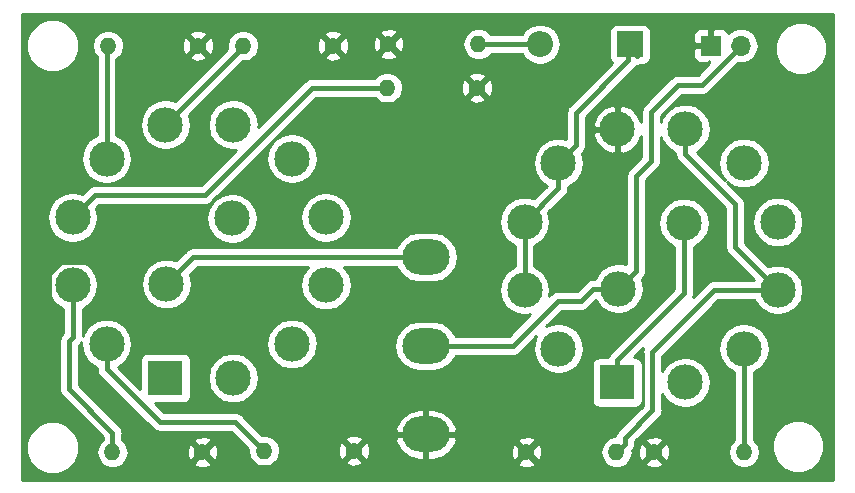
<source format=gbr>
G04 #@! TF.GenerationSoftware,KiCad,Pcbnew,5.0.1-33cea8e~68~ubuntu16.04.1*
G04 #@! TF.CreationDate,2018-12-21T13:37:05+01:00*
G04 #@! TF.ProjectId,EVSE-Easy-Test,455653452D456173792D546573742E6B,rev?*
G04 #@! TF.SameCoordinates,Original*
G04 #@! TF.FileFunction,Copper,L1,Top,Signal*
G04 #@! TF.FilePolarity,Positive*
%FSLAX46Y46*%
G04 Gerber Fmt 4.6, Leading zero omitted, Abs format (unit mm)*
G04 Created by KiCad (PCBNEW 5.0.1-33cea8e~68~ubuntu16.04.1) date Fr 21 Dez 2018 13:37:05 CET*
%MOMM*%
%LPD*%
G01*
G04 APERTURE LIST*
G04 #@! TA.AperFunction,ComponentPad*
%ADD10O,3.000000X3.000000*%
G04 #@! TD*
G04 #@! TA.AperFunction,ComponentPad*
%ADD11R,3.000000X3.000000*%
G04 #@! TD*
G04 #@! TA.AperFunction,ComponentPad*
%ADD12R,2.200000X2.200000*%
G04 #@! TD*
G04 #@! TA.AperFunction,ComponentPad*
%ADD13O,2.200000X2.200000*%
G04 #@! TD*
G04 #@! TA.AperFunction,ComponentPad*
%ADD14R,1.700000X1.700000*%
G04 #@! TD*
G04 #@! TA.AperFunction,ComponentPad*
%ADD15O,1.700000X1.700000*%
G04 #@! TD*
G04 #@! TA.AperFunction,ComponentPad*
%ADD16C,1.400000*%
G04 #@! TD*
G04 #@! TA.AperFunction,ComponentPad*
%ADD17O,1.400000X1.400000*%
G04 #@! TD*
G04 #@! TA.AperFunction,ComponentPad*
%ADD18O,4.000000X3.000000*%
G04 #@! TD*
G04 #@! TA.AperFunction,ViaPad*
%ADD19C,0.800000*%
G04 #@! TD*
G04 #@! TA.AperFunction,Conductor*
%ADD20C,0.400000*%
G04 #@! TD*
G04 #@! TA.AperFunction,Conductor*
%ADD21C,0.254000*%
G04 #@! TD*
G04 APERTURE END LIST*
D10*
G04 #@! TO.P,SW1,14*
G04 #@! TO.N,N/C*
X59027000Y-58575000D03*
G04 #@! TO.P,SW1,13*
G04 #@! TO.N,PP*
X53467000Y-64135000D03*
G04 #@! TO.P,SW1,6*
G04 #@! TO.N,Net-(R1-Pad2)*
X53374109Y-50633224D03*
G04 #@! TO.P,SW1,5*
G04 #@! TO.N,Net-(R2-Pad2)*
X48398115Y-53506115D03*
G04 #@! TO.P,SW1,4*
G04 #@! TO.N,Net-(R4-Pad2)*
X45525224Y-58482109D03*
G04 #@! TO.P,SW1,3*
G04 #@! TO.N,Net-(R5-Pad2)*
X45525224Y-64227891D03*
G04 #@! TO.P,SW1,2*
G04 #@! TO.N,Net-(R8-Pad2)*
X48398115Y-69203885D03*
D11*
G04 #@! TO.P,SW1,1*
G04 #@! TO.N,N/C*
X53374109Y-72076776D03*
D10*
G04 #@! TO.P,SW1,12*
X59119891Y-72076776D03*
G04 #@! TO.P,SW1,11*
X64095885Y-69203885D03*
G04 #@! TO.P,SW1,10*
X66968776Y-64227891D03*
G04 #@! TO.P,SW1,9*
X66968776Y-58482109D03*
G04 #@! TO.P,SW1,8*
X64095885Y-53506115D03*
G04 #@! TO.P,SW1,7*
X59119891Y-50633224D03*
G04 #@! TD*
G04 #@! TO.P,SW2,7*
G04 #@! TO.N,Net-(R7-Pad2)*
X97374891Y-51014224D03*
G04 #@! TO.P,SW2,8*
G04 #@! TO.N,N/C*
X102350885Y-53887115D03*
G04 #@! TO.P,SW2,9*
X105223776Y-58863109D03*
G04 #@! TO.P,SW2,10*
G04 #@! TO.N,Net-(R7-Pad2)*
X105223776Y-64608891D03*
G04 #@! TO.P,SW2,11*
G04 #@! TO.N,Net-(R3-Pad2)*
X102350885Y-69584885D03*
G04 #@! TO.P,SW2,12*
G04 #@! TO.N,N/C*
X97374891Y-72457776D03*
D11*
G04 #@! TO.P,SW2,1*
G04 #@! TO.N,Net-(D1-Pad2)*
X91629109Y-72457776D03*
D10*
G04 #@! TO.P,SW2,2*
G04 #@! TO.N,N/C*
X86653115Y-69584885D03*
G04 #@! TO.P,SW2,3*
G04 #@! TO.N,Net-(D1-Pad1)*
X83780224Y-64608891D03*
G04 #@! TO.P,SW2,4*
X83780224Y-58863109D03*
G04 #@! TO.P,SW2,5*
X86653115Y-53887115D03*
G04 #@! TO.P,SW2,6*
G04 #@! TO.N,PE*
X91629109Y-51014224D03*
G04 #@! TO.P,SW2,13*
G04 #@! TO.N,CP*
X91722000Y-64516000D03*
G04 #@! TO.P,SW2,14*
G04 #@! TO.N,Net-(D1-Pad2)*
X97282000Y-58956000D03*
G04 #@! TD*
D12*
G04 #@! TO.P,D1,1*
G04 #@! TO.N,Net-(D1-Pad1)*
X92710000Y-43815000D03*
D13*
G04 #@! TO.P,D1,2*
G04 #@! TO.N,Net-(D1-Pad2)*
X85090000Y-43815000D03*
G04 #@! TD*
D14*
G04 #@! TO.P,J2,1*
G04 #@! TO.N,PE*
X99568000Y-43942000D03*
D15*
G04 #@! TO.P,J2,2*
G04 #@! TO.N,CP*
X102108000Y-43942000D03*
G04 #@! TD*
D16*
G04 #@! TO.P,R1,1*
G04 #@! TO.N,PE*
X67564000Y-43942000D03*
D17*
G04 #@! TO.P,R1,2*
G04 #@! TO.N,Net-(R1-Pad2)*
X59944000Y-43942000D03*
G04 #@! TD*
D16*
G04 #@! TO.P,R2,1*
G04 #@! TO.N,PE*
X56134000Y-43942000D03*
D17*
G04 #@! TO.P,R2,2*
G04 #@! TO.N,Net-(R2-Pad2)*
X48514000Y-43942000D03*
G04 #@! TD*
D16*
G04 #@! TO.P,R3,1*
G04 #@! TO.N,PE*
X94742000Y-78359000D03*
D17*
G04 #@! TO.P,R3,2*
G04 #@! TO.N,Net-(R3-Pad2)*
X102362000Y-78359000D03*
G04 #@! TD*
G04 #@! TO.P,R4,2*
G04 #@! TO.N,Net-(R4-Pad2)*
X72136000Y-47498000D03*
D16*
G04 #@! TO.P,R4,1*
G04 #@! TO.N,PE*
X79756000Y-47498000D03*
G04 #@! TD*
G04 #@! TO.P,R5,1*
G04 #@! TO.N,PE*
X56515000Y-78359000D03*
D17*
G04 #@! TO.P,R5,2*
G04 #@! TO.N,Net-(R5-Pad2)*
X48895000Y-78359000D03*
G04 #@! TD*
G04 #@! TO.P,R6,2*
G04 #@! TO.N,Net-(D1-Pad2)*
X79883000Y-43815000D03*
D16*
G04 #@! TO.P,R6,1*
G04 #@! TO.N,PE*
X72263000Y-43815000D03*
G04 #@! TD*
D17*
G04 #@! TO.P,R7,2*
G04 #@! TO.N,Net-(R7-Pad2)*
X91567000Y-78359000D03*
D16*
G04 #@! TO.P,R7,1*
G04 #@! TO.N,PE*
X83947000Y-78359000D03*
G04 #@! TD*
D17*
G04 #@! TO.P,R8,2*
G04 #@! TO.N,Net-(R8-Pad2)*
X61722000Y-78232000D03*
D16*
G04 #@! TO.P,R8,1*
G04 #@! TO.N,PE*
X69342000Y-78232000D03*
G04 #@! TD*
D18*
G04 #@! TO.P,J1,1*
G04 #@! TO.N,PE*
X75438000Y-76849000D03*
G04 #@! TO.P,J1,2*
G04 #@! TO.N,CP*
X75438000Y-69349000D03*
G04 #@! TO.P,J1,3*
G04 #@! TO.N,PP*
X75438000Y-61849000D03*
G04 #@! TD*
D19*
G04 #@! TO.N,PE*
X99695000Y-61722000D03*
X95123000Y-63119000D03*
X96139000Y-55372000D03*
X90043000Y-68453000D03*
X99441000Y-68580000D03*
X89535000Y-59055000D03*
X93853000Y-46990000D03*
X102489000Y-46990000D03*
X99441000Y-76835000D03*
X84074000Y-73914000D03*
X84074000Y-49403000D03*
X79883000Y-55372000D03*
X53848000Y-53848000D03*
X62992000Y-57150000D03*
X50165000Y-60706000D03*
X58928000Y-66675000D03*
X48514000Y-73914000D03*
X52324000Y-47117000D03*
X69342000Y-73152000D03*
G04 #@! TD*
D20*
G04 #@! TO.N,Net-(D1-Pad1)*
X93345000Y-44825333D02*
X93345000Y-43815000D01*
G04 #@! TO.N,Net-(D1-Pad2)*
X97282000Y-61077320D02*
X97282000Y-58956000D01*
X97282000Y-64904885D02*
X97282000Y-61077320D01*
X91629109Y-70557776D02*
X97282000Y-64904885D01*
X91629109Y-72457776D02*
X91629109Y-70557776D01*
X79883000Y-43815000D02*
X85090000Y-43815000D01*
G04 #@! TO.N,Net-(D1-Pad1)*
X83780224Y-62487571D02*
X83780224Y-58863109D01*
X83780224Y-64608891D02*
X83780224Y-62487571D01*
X86653115Y-55990218D02*
X86653115Y-53887115D01*
X83780224Y-58863109D02*
X86653115Y-55990218D01*
X92583000Y-45188000D02*
X92583000Y-43688000D01*
X88153114Y-49617886D02*
X92583000Y-45188000D01*
X88153114Y-52387116D02*
X88153114Y-49617886D01*
X86653115Y-53887115D02*
X88153114Y-52387116D01*
G04 #@! TO.N,PP*
X55753000Y-61849000D02*
X75438000Y-61849000D01*
X53467000Y-64135000D02*
X55753000Y-61849000D01*
G04 #@! TO.N,CP*
X98806000Y-47244000D02*
X102108000Y-43942000D01*
X96774000Y-47244000D02*
X98806000Y-47244000D01*
X91722000Y-64516000D02*
X93221999Y-63016001D01*
X94488000Y-49530000D02*
X96774000Y-47244000D01*
X93221999Y-63016001D02*
X93221999Y-54987001D01*
X93221999Y-54987001D02*
X94488000Y-53721000D01*
X94488000Y-53721000D02*
X94488000Y-49530000D01*
X89600680Y-64516000D02*
X88584680Y-65532000D01*
X91722000Y-64516000D02*
X89600680Y-64516000D01*
X88584680Y-65532000D02*
X86614000Y-65532000D01*
X82797000Y-69349000D02*
X75438000Y-69349000D01*
X86614000Y-65532000D02*
X82797000Y-69349000D01*
G04 #@! TO.N,PE*
X43525223Y-63267890D02*
X44565223Y-62227890D01*
X44565223Y-62227890D02*
X47363223Y-62227890D01*
X47363223Y-62227890D02*
X49603224Y-64467891D01*
X43815000Y-71120000D02*
X43525223Y-70830223D01*
X43525223Y-70830223D02*
X43525223Y-63267890D01*
G04 #@! TO.N,Net-(R1-Pad2)*
X59944000Y-44063333D02*
X59944000Y-43942000D01*
X53374109Y-50633224D02*
X59944000Y-44063333D01*
G04 #@! TO.N,Net-(R2-Pad2)*
X48398115Y-44057885D02*
X48514000Y-43942000D01*
X48398115Y-53506115D02*
X48398115Y-44057885D01*
G04 #@! TO.N,Net-(R3-Pad2)*
X102350885Y-78347885D02*
X102362000Y-78359000D01*
X102350885Y-69584885D02*
X102350885Y-78347885D01*
G04 #@! TO.N,Net-(R4-Pad2)*
X47432334Y-56574999D02*
X56709001Y-56574999D01*
X45525224Y-58482109D02*
X47432334Y-56574999D01*
X65786000Y-47498000D02*
X72136000Y-47498000D01*
X56709001Y-56574999D02*
X65786000Y-47498000D01*
G04 #@! TO.N,Net-(R5-Pad2)*
X48895000Y-78359000D02*
X48895000Y-76708000D01*
X48895000Y-76708000D02*
X45212000Y-73025000D01*
X45212000Y-73025000D02*
X45212000Y-68961000D01*
X45525224Y-68647776D02*
X45525224Y-64227891D01*
X45212000Y-68961000D02*
X45525224Y-68647776D01*
G04 #@! TO.N,Net-(R7-Pad2)*
X92266999Y-77659001D02*
X92266999Y-77151001D01*
X91567000Y-78359000D02*
X92266999Y-77659001D01*
X92266999Y-77151001D02*
X94615000Y-74803000D01*
X94615000Y-74803000D02*
X94615000Y-69850000D01*
X94615000Y-69850000D02*
X99856109Y-64608891D01*
X99856109Y-64608891D02*
X105223776Y-64608891D01*
X97374891Y-53135544D02*
X101600000Y-57360653D01*
X97374891Y-51014224D02*
X97374891Y-53135544D01*
X101600000Y-60985115D02*
X105223776Y-64608891D01*
X101600000Y-57360653D02*
X101600000Y-60985115D01*
G04 #@! TO.N,Net-(R8-Pad2)*
X59309000Y-75819000D02*
X61722000Y-78232000D01*
X48398115Y-71325205D02*
X52891910Y-75819000D01*
X52891910Y-75819000D02*
X59309000Y-75819000D01*
X48398115Y-69203885D02*
X48398115Y-71325205D01*
G04 #@! TD*
D21*
G04 #@! TO.N,PE*
G36*
X109907000Y-80697000D02*
X41223000Y-80697000D01*
X41223000Y-77533431D01*
X41580000Y-77533431D01*
X41580000Y-78422569D01*
X41920259Y-79244026D01*
X42548974Y-79872741D01*
X43370431Y-80213000D01*
X44259569Y-80213000D01*
X45081026Y-79872741D01*
X45709741Y-79244026D01*
X46050000Y-78422569D01*
X46050000Y-77533431D01*
X45709741Y-76711974D01*
X45081026Y-76083259D01*
X44259569Y-75743000D01*
X43370431Y-75743000D01*
X42548974Y-76083259D01*
X41920259Y-76711974D01*
X41580000Y-77533431D01*
X41223000Y-77533431D01*
X41223000Y-64227891D01*
X43348397Y-64227891D01*
X43514098Y-65060927D01*
X43985975Y-65767140D01*
X44690225Y-66237705D01*
X44690224Y-68301909D01*
X44679718Y-68312415D01*
X44610000Y-68358999D01*
X44563416Y-68428717D01*
X44425448Y-68635200D01*
X44360643Y-68961000D01*
X44377001Y-69043238D01*
X44377000Y-72942767D01*
X44360643Y-73025000D01*
X44377000Y-73107233D01*
X44377000Y-73107236D01*
X44425448Y-73350800D01*
X44609999Y-73627001D01*
X44679720Y-73673587D01*
X48060001Y-77053869D01*
X48060001Y-77311339D01*
X47932519Y-77396519D01*
X47637458Y-77838109D01*
X47533846Y-78359000D01*
X47637458Y-78879891D01*
X47932519Y-79321481D01*
X48374109Y-79616542D01*
X48763515Y-79694000D01*
X49026485Y-79694000D01*
X49415891Y-79616542D01*
X49857481Y-79321481D01*
X49875659Y-79294275D01*
X55759331Y-79294275D01*
X55821169Y-79530042D01*
X56322122Y-79706419D01*
X56852440Y-79677664D01*
X57208831Y-79530042D01*
X57270669Y-79294275D01*
X56515000Y-78538605D01*
X55759331Y-79294275D01*
X49875659Y-79294275D01*
X50152542Y-78879891D01*
X50256154Y-78359000D01*
X50217789Y-78166122D01*
X55167581Y-78166122D01*
X55196336Y-78696440D01*
X55343958Y-79052831D01*
X55579725Y-79114669D01*
X56335395Y-78359000D01*
X56694605Y-78359000D01*
X57450275Y-79114669D01*
X57686042Y-79052831D01*
X57862419Y-78551878D01*
X57833664Y-78021560D01*
X57686042Y-77665169D01*
X57450275Y-77603331D01*
X56694605Y-78359000D01*
X56335395Y-78359000D01*
X55579725Y-77603331D01*
X55343958Y-77665169D01*
X55167581Y-78166122D01*
X50217789Y-78166122D01*
X50152542Y-77838109D01*
X49875660Y-77423725D01*
X55759331Y-77423725D01*
X56515000Y-78179395D01*
X57270669Y-77423725D01*
X57208831Y-77187958D01*
X56707878Y-77011581D01*
X56177560Y-77040336D01*
X55821169Y-77187958D01*
X55759331Y-77423725D01*
X49875660Y-77423725D01*
X49857481Y-77396519D01*
X49730000Y-77311339D01*
X49730000Y-76790237D01*
X49746358Y-76708000D01*
X49725980Y-76605552D01*
X49681552Y-76382199D01*
X49497001Y-76105999D01*
X49427283Y-76059415D01*
X46047000Y-72679133D01*
X46047000Y-69306867D01*
X46057504Y-69296363D01*
X46127225Y-69249777D01*
X46248161Y-69068783D01*
X46221288Y-69203885D01*
X46386989Y-70036921D01*
X46858866Y-70743134D01*
X47563116Y-71213699D01*
X47563116Y-71242967D01*
X47546758Y-71325205D01*
X47611563Y-71651005D01*
X47611564Y-71651006D01*
X47796115Y-71927206D01*
X47865833Y-71973790D01*
X52243325Y-76351283D01*
X52289909Y-76421001D01*
X52481473Y-76549000D01*
X52566109Y-76605552D01*
X52891910Y-76670358D01*
X52974147Y-76654000D01*
X58963133Y-76654000D01*
X60390757Y-78081626D01*
X60360846Y-78232000D01*
X60464458Y-78752891D01*
X60759519Y-79194481D01*
X61201109Y-79489542D01*
X61590515Y-79567000D01*
X61853485Y-79567000D01*
X62242891Y-79489542D01*
X62684481Y-79194481D01*
X62702659Y-79167275D01*
X68586331Y-79167275D01*
X68648169Y-79403042D01*
X69149122Y-79579419D01*
X69679440Y-79550664D01*
X70035831Y-79403042D01*
X70064358Y-79294275D01*
X83191331Y-79294275D01*
X83253169Y-79530042D01*
X83754122Y-79706419D01*
X84284440Y-79677664D01*
X84640831Y-79530042D01*
X84702669Y-79294275D01*
X83947000Y-78538605D01*
X83191331Y-79294275D01*
X70064358Y-79294275D01*
X70097669Y-79167275D01*
X69342000Y-78411605D01*
X68586331Y-79167275D01*
X62702659Y-79167275D01*
X62979542Y-78752891D01*
X63083154Y-78232000D01*
X63044789Y-78039122D01*
X67994581Y-78039122D01*
X68023336Y-78569440D01*
X68170958Y-78925831D01*
X68406725Y-78987669D01*
X69162395Y-78232000D01*
X69521605Y-78232000D01*
X70277275Y-78987669D01*
X70513042Y-78925831D01*
X70689419Y-78424878D01*
X70660664Y-77894560D01*
X70513042Y-77538169D01*
X70277275Y-77476331D01*
X69521605Y-78232000D01*
X69162395Y-78232000D01*
X68406725Y-77476331D01*
X68170958Y-77538169D01*
X67994581Y-78039122D01*
X63044789Y-78039122D01*
X62979542Y-77711109D01*
X62702660Y-77296725D01*
X68586331Y-77296725D01*
X69342000Y-78052395D01*
X70086561Y-77307833D01*
X72852887Y-77307833D01*
X72916916Y-77548696D01*
X73338524Y-78268870D01*
X74003638Y-78772882D01*
X74811000Y-78984000D01*
X75311000Y-78984000D01*
X75311000Y-76976000D01*
X75565000Y-76976000D01*
X75565000Y-78984000D01*
X76065000Y-78984000D01*
X76872362Y-78772882D01*
X77537476Y-78268870D01*
X77597627Y-78166122D01*
X82599581Y-78166122D01*
X82628336Y-78696440D01*
X82775958Y-79052831D01*
X83011725Y-79114669D01*
X83767395Y-78359000D01*
X84126605Y-78359000D01*
X84882275Y-79114669D01*
X85118042Y-79052831D01*
X85294419Y-78551878D01*
X85265664Y-78021560D01*
X85118042Y-77665169D01*
X84882275Y-77603331D01*
X84126605Y-78359000D01*
X83767395Y-78359000D01*
X83011725Y-77603331D01*
X82775958Y-77665169D01*
X82599581Y-78166122D01*
X77597627Y-78166122D01*
X77959084Y-77548696D01*
X77992305Y-77423725D01*
X83191331Y-77423725D01*
X83947000Y-78179395D01*
X84702669Y-77423725D01*
X84640831Y-77187958D01*
X84139878Y-77011581D01*
X83609560Y-77040336D01*
X83253169Y-77187958D01*
X83191331Y-77423725D01*
X77992305Y-77423725D01*
X78023113Y-77307833D01*
X77910165Y-76976000D01*
X75565000Y-76976000D01*
X75311000Y-76976000D01*
X72965835Y-76976000D01*
X72852887Y-77307833D01*
X70086561Y-77307833D01*
X70097669Y-77296725D01*
X70035831Y-77060958D01*
X69534878Y-76884581D01*
X69004560Y-76913336D01*
X68648169Y-77060958D01*
X68586331Y-77296725D01*
X62702660Y-77296725D01*
X62684481Y-77269519D01*
X62242891Y-76974458D01*
X61853485Y-76897000D01*
X61590515Y-76897000D01*
X61571626Y-76900757D01*
X61061036Y-76390167D01*
X72852887Y-76390167D01*
X72965835Y-76722000D01*
X75311000Y-76722000D01*
X75311000Y-74714000D01*
X75565000Y-74714000D01*
X75565000Y-76722000D01*
X77910165Y-76722000D01*
X78023113Y-76390167D01*
X77959084Y-76149304D01*
X77537476Y-75429130D01*
X76872362Y-74925118D01*
X76065000Y-74714000D01*
X75565000Y-74714000D01*
X75311000Y-74714000D01*
X74811000Y-74714000D01*
X74003638Y-74925118D01*
X73338524Y-75429130D01*
X72916916Y-76149304D01*
X72852887Y-76390167D01*
X61061036Y-76390167D01*
X59957587Y-75286720D01*
X59911001Y-75216999D01*
X59634801Y-75032448D01*
X59391237Y-74984000D01*
X59391233Y-74984000D01*
X59309000Y-74967643D01*
X59226767Y-74984000D01*
X53237778Y-74984000D01*
X52477994Y-74224216D01*
X54874109Y-74224216D01*
X55121874Y-74174933D01*
X55331918Y-74034585D01*
X55472266Y-73824541D01*
X55521549Y-73576776D01*
X55521549Y-72076776D01*
X56943064Y-72076776D01*
X57108765Y-72909812D01*
X57580642Y-73616025D01*
X58286855Y-74087902D01*
X58909612Y-74211776D01*
X59330170Y-74211776D01*
X59952927Y-74087902D01*
X60659140Y-73616025D01*
X61131017Y-72909812D01*
X61296718Y-72076776D01*
X61131017Y-71243740D01*
X60659140Y-70537527D01*
X59952927Y-70065650D01*
X59330170Y-69941776D01*
X58909612Y-69941776D01*
X58286855Y-70065650D01*
X57580642Y-70537527D01*
X57108765Y-71243740D01*
X56943064Y-72076776D01*
X55521549Y-72076776D01*
X55521549Y-70576776D01*
X55472266Y-70329011D01*
X55331918Y-70118967D01*
X55121874Y-69978619D01*
X54874109Y-69929336D01*
X51874109Y-69929336D01*
X51626344Y-69978619D01*
X51416300Y-70118967D01*
X51275952Y-70329011D01*
X51226669Y-70576776D01*
X51226669Y-72972892D01*
X49373604Y-71119827D01*
X49937364Y-70743134D01*
X50409241Y-70036921D01*
X50574942Y-69203885D01*
X61919058Y-69203885D01*
X62084759Y-70036921D01*
X62556636Y-70743134D01*
X63262849Y-71215011D01*
X63885606Y-71338885D01*
X64306164Y-71338885D01*
X64928921Y-71215011D01*
X65635134Y-70743134D01*
X66107011Y-70036921D01*
X66243846Y-69349000D01*
X72761173Y-69349000D01*
X72926874Y-70182036D01*
X73398751Y-70888249D01*
X74104964Y-71360126D01*
X74727721Y-71484000D01*
X76148279Y-71484000D01*
X76771036Y-71360126D01*
X77477249Y-70888249D01*
X77947814Y-70184000D01*
X82714767Y-70184000D01*
X82797000Y-70200357D01*
X82879233Y-70184000D01*
X82879237Y-70184000D01*
X83122801Y-70135552D01*
X83399001Y-69951001D01*
X83445587Y-69881280D01*
X84776846Y-68550021D01*
X84641989Y-68751849D01*
X84476288Y-69584885D01*
X84641989Y-70417921D01*
X85113866Y-71124134D01*
X85820079Y-71596011D01*
X86442836Y-71719885D01*
X86863394Y-71719885D01*
X87486151Y-71596011D01*
X88192364Y-71124134D01*
X88664241Y-70417921D01*
X88829942Y-69584885D01*
X88664241Y-68751849D01*
X88192364Y-68045636D01*
X87486151Y-67573759D01*
X86863394Y-67449885D01*
X86442836Y-67449885D01*
X85820079Y-67573759D01*
X85618252Y-67708616D01*
X86959868Y-66367000D01*
X88502447Y-66367000D01*
X88584680Y-66383357D01*
X88666913Y-66367000D01*
X88666917Y-66367000D01*
X88910481Y-66318552D01*
X89186681Y-66134001D01*
X89233267Y-66064280D01*
X89806058Y-65491489D01*
X90182751Y-66055249D01*
X90888964Y-66527126D01*
X91511721Y-66651000D01*
X91932279Y-66651000D01*
X92555036Y-66527126D01*
X93261249Y-66055249D01*
X93733126Y-65349036D01*
X93898827Y-64516000D01*
X93733587Y-63685281D01*
X93754282Y-63664586D01*
X93824000Y-63618002D01*
X94008551Y-63341802D01*
X94056999Y-63098238D01*
X94056999Y-63098237D01*
X94073357Y-63016001D01*
X94056999Y-62933764D01*
X94056999Y-55332868D01*
X95020283Y-54369585D01*
X95090001Y-54323001D01*
X95274552Y-54046801D01*
X95323000Y-53803237D01*
X95323000Y-53803236D01*
X95339358Y-53721000D01*
X95323000Y-53638763D01*
X95323000Y-51642320D01*
X95363765Y-51847260D01*
X95835642Y-52553473D01*
X96539892Y-53024038D01*
X96539892Y-53053306D01*
X96523534Y-53135544D01*
X96588339Y-53461344D01*
X96588340Y-53461345D01*
X96772891Y-53737545D01*
X96842609Y-53784129D01*
X100765000Y-57706522D01*
X100765001Y-60902877D01*
X100748643Y-60985115D01*
X100813448Y-61310915D01*
X100813449Y-61310916D01*
X100998000Y-61587116D01*
X101067718Y-61633700D01*
X103207908Y-63773891D01*
X99938341Y-63773891D01*
X99856108Y-63757534D01*
X99773875Y-63773891D01*
X99773872Y-63773891D01*
X99530308Y-63822339D01*
X99462846Y-63867416D01*
X99254108Y-64006890D01*
X99207526Y-64076605D01*
X98072303Y-65211828D01*
X98117000Y-64987122D01*
X98117000Y-64987119D01*
X98133357Y-64904886D01*
X98117000Y-64822653D01*
X98117000Y-60965814D01*
X98821249Y-60495249D01*
X99293126Y-59789036D01*
X99458827Y-58956000D01*
X99293126Y-58122964D01*
X98821249Y-57416751D01*
X98115036Y-56944874D01*
X97492279Y-56821000D01*
X97071721Y-56821000D01*
X96448964Y-56944874D01*
X95742751Y-57416751D01*
X95270874Y-58122964D01*
X95105173Y-58956000D01*
X95270874Y-59789036D01*
X95742751Y-60495249D01*
X96447000Y-60965814D01*
X96447000Y-61159556D01*
X96447001Y-61159561D01*
X96447000Y-64559017D01*
X91096827Y-69909191D01*
X91027109Y-69955775D01*
X90980525Y-70025493D01*
X90842557Y-70231976D01*
X90826970Y-70310336D01*
X90129109Y-70310336D01*
X89881344Y-70359619D01*
X89671300Y-70499967D01*
X89530952Y-70710011D01*
X89481669Y-70957776D01*
X89481669Y-73957776D01*
X89530952Y-74205541D01*
X89671300Y-74415585D01*
X89881344Y-74555933D01*
X90129109Y-74605216D01*
X93129109Y-74605216D01*
X93376874Y-74555933D01*
X93586918Y-74415585D01*
X93727266Y-74205541D01*
X93776549Y-73957776D01*
X93776549Y-70957776D01*
X93727266Y-70710011D01*
X93586918Y-70499967D01*
X93376874Y-70359619D01*
X93129109Y-70310336D01*
X93057416Y-70310336D01*
X93824698Y-69543055D01*
X93763643Y-69850000D01*
X93780001Y-69932238D01*
X93780000Y-74457132D01*
X91734717Y-76502416D01*
X91664999Y-76549000D01*
X91480447Y-76825200D01*
X91440903Y-77024000D01*
X91435515Y-77024000D01*
X91046109Y-77101458D01*
X90604519Y-77396519D01*
X90309458Y-77838109D01*
X90205846Y-78359000D01*
X90309458Y-78879891D01*
X90604519Y-79321481D01*
X91046109Y-79616542D01*
X91435515Y-79694000D01*
X91698485Y-79694000D01*
X92087891Y-79616542D01*
X92529481Y-79321481D01*
X92547659Y-79294275D01*
X93986331Y-79294275D01*
X94048169Y-79530042D01*
X94549122Y-79706419D01*
X95079440Y-79677664D01*
X95435831Y-79530042D01*
X95497669Y-79294275D01*
X94742000Y-78538605D01*
X93986331Y-79294275D01*
X92547659Y-79294275D01*
X92824542Y-78879891D01*
X92928154Y-78359000D01*
X92899563Y-78215262D01*
X92932397Y-78166122D01*
X93394581Y-78166122D01*
X93423336Y-78696440D01*
X93570958Y-79052831D01*
X93806725Y-79114669D01*
X94562395Y-78359000D01*
X94921605Y-78359000D01*
X95677275Y-79114669D01*
X95913042Y-79052831D01*
X96089419Y-78551878D01*
X96060664Y-78021560D01*
X95913042Y-77665169D01*
X95677275Y-77603331D01*
X94921605Y-78359000D01*
X94562395Y-78359000D01*
X93806725Y-77603331D01*
X93570958Y-77665169D01*
X93394581Y-78166122D01*
X92932397Y-78166122D01*
X93053551Y-77984802D01*
X93101999Y-77741238D01*
X93101999Y-77741235D01*
X93118356Y-77659002D01*
X93101999Y-77576769D01*
X93101999Y-77496868D01*
X93175142Y-77423725D01*
X93986331Y-77423725D01*
X94742000Y-78179395D01*
X95497669Y-77423725D01*
X95435831Y-77187958D01*
X94934878Y-77011581D01*
X94404560Y-77040336D01*
X94048169Y-77187958D01*
X93986331Y-77423725D01*
X93175142Y-77423725D01*
X95147283Y-75451585D01*
X95217001Y-75405001D01*
X95401552Y-75128801D01*
X95450000Y-74885237D01*
X95450000Y-74885236D01*
X95466358Y-74803000D01*
X95450000Y-74720763D01*
X95450000Y-73419872D01*
X95835642Y-73997025D01*
X96541855Y-74468902D01*
X97164612Y-74592776D01*
X97585170Y-74592776D01*
X98207927Y-74468902D01*
X98914140Y-73997025D01*
X99386017Y-73290812D01*
X99551718Y-72457776D01*
X99386017Y-71624740D01*
X98914140Y-70918527D01*
X98207927Y-70446650D01*
X97585170Y-70322776D01*
X97164612Y-70322776D01*
X96541855Y-70446650D01*
X95835642Y-70918527D01*
X95450000Y-71495680D01*
X95450000Y-70195867D01*
X96060982Y-69584885D01*
X100174058Y-69584885D01*
X100339759Y-70417921D01*
X100811636Y-71124134D01*
X101515885Y-71594699D01*
X101515886Y-77318765D01*
X101399519Y-77396519D01*
X101104458Y-77838109D01*
X101000846Y-78359000D01*
X101104458Y-78879891D01*
X101399519Y-79321481D01*
X101841109Y-79616542D01*
X102230515Y-79694000D01*
X102493485Y-79694000D01*
X102882891Y-79616542D01*
X103324481Y-79321481D01*
X103619542Y-78879891D01*
X103723154Y-78359000D01*
X103619542Y-77838109D01*
X103331104Y-77406431D01*
X104699000Y-77406431D01*
X104699000Y-78295569D01*
X105039259Y-79117026D01*
X105667974Y-79745741D01*
X106489431Y-80086000D01*
X107378569Y-80086000D01*
X108200026Y-79745741D01*
X108828741Y-79117026D01*
X109169000Y-78295569D01*
X109169000Y-77406431D01*
X108828741Y-76584974D01*
X108200026Y-75956259D01*
X107378569Y-75616000D01*
X106489431Y-75616000D01*
X105667974Y-75956259D01*
X105039259Y-76584974D01*
X104699000Y-77406431D01*
X103331104Y-77406431D01*
X103324481Y-77396519D01*
X103185885Y-77303912D01*
X103185885Y-71594699D01*
X103890134Y-71124134D01*
X104362011Y-70417921D01*
X104527712Y-69584885D01*
X104362011Y-68751849D01*
X103890134Y-68045636D01*
X103183921Y-67573759D01*
X102561164Y-67449885D01*
X102140606Y-67449885D01*
X101517849Y-67573759D01*
X100811636Y-68045636D01*
X100339759Y-68751849D01*
X100174058Y-69584885D01*
X96060982Y-69584885D01*
X100201978Y-65443891D01*
X103213962Y-65443891D01*
X103684527Y-66148140D01*
X104390740Y-66620017D01*
X105013497Y-66743891D01*
X105434055Y-66743891D01*
X106056812Y-66620017D01*
X106763025Y-66148140D01*
X107234902Y-65441927D01*
X107400603Y-64608891D01*
X107234902Y-63775855D01*
X106763025Y-63069642D01*
X106056812Y-62597765D01*
X105434055Y-62473891D01*
X105013497Y-62473891D01*
X104393057Y-62597304D01*
X102435000Y-60639248D01*
X102435000Y-58863109D01*
X103046949Y-58863109D01*
X103212650Y-59696145D01*
X103684527Y-60402358D01*
X104390740Y-60874235D01*
X105013497Y-60998109D01*
X105434055Y-60998109D01*
X106056812Y-60874235D01*
X106763025Y-60402358D01*
X107234902Y-59696145D01*
X107400603Y-58863109D01*
X107234902Y-58030073D01*
X106763025Y-57323860D01*
X106056812Y-56851983D01*
X105434055Y-56728109D01*
X105013497Y-56728109D01*
X104390740Y-56851983D01*
X103684527Y-57323860D01*
X103212650Y-58030073D01*
X103046949Y-58863109D01*
X102435000Y-58863109D01*
X102435000Y-57442885D01*
X102451357Y-57360652D01*
X102435000Y-57278417D01*
X102435000Y-57278416D01*
X102386552Y-57034852D01*
X102202001Y-56758652D01*
X102132286Y-56712070D01*
X100916944Y-55496729D01*
X101517849Y-55898241D01*
X102140606Y-56022115D01*
X102561164Y-56022115D01*
X103183921Y-55898241D01*
X103890134Y-55426364D01*
X104362011Y-54720151D01*
X104527712Y-53887115D01*
X104362011Y-53054079D01*
X103890134Y-52347866D01*
X103183921Y-51875989D01*
X102561164Y-51752115D01*
X102140606Y-51752115D01*
X101517849Y-51875989D01*
X100811636Y-52347866D01*
X100339759Y-53054079D01*
X100174058Y-53887115D01*
X100339759Y-54720151D01*
X100741271Y-55321056D01*
X98350380Y-52930166D01*
X98914140Y-52553473D01*
X99386017Y-51847260D01*
X99551718Y-51014224D01*
X99386017Y-50181188D01*
X98914140Y-49474975D01*
X98207927Y-49003098D01*
X97585170Y-48879224D01*
X97164612Y-48879224D01*
X96541855Y-49003098D01*
X95835642Y-49474975D01*
X95363765Y-50181188D01*
X95323000Y-50386128D01*
X95323000Y-49875867D01*
X97119868Y-48079000D01*
X98723767Y-48079000D01*
X98806000Y-48095357D01*
X98888233Y-48079000D01*
X98888237Y-48079000D01*
X99131801Y-48030552D01*
X99408001Y-47846001D01*
X99454587Y-47776280D01*
X101830061Y-45400807D01*
X101961744Y-45427000D01*
X102254256Y-45427000D01*
X102687418Y-45340839D01*
X103178625Y-45012625D01*
X103506839Y-44521418D01*
X103622092Y-43942000D01*
X103584186Y-43751431D01*
X104953000Y-43751431D01*
X104953000Y-44640569D01*
X105293259Y-45462026D01*
X105921974Y-46090741D01*
X106743431Y-46431000D01*
X107632569Y-46431000D01*
X108454026Y-46090741D01*
X109082741Y-45462026D01*
X109423000Y-44640569D01*
X109423000Y-43751431D01*
X109082741Y-42929974D01*
X108454026Y-42301259D01*
X107632569Y-41961000D01*
X106743431Y-41961000D01*
X105921974Y-42301259D01*
X105293259Y-42929974D01*
X104953000Y-43751431D01*
X103584186Y-43751431D01*
X103506839Y-43362582D01*
X103178625Y-42871375D01*
X102687418Y-42543161D01*
X102254256Y-42457000D01*
X101961744Y-42457000D01*
X101528582Y-42543161D01*
X101037375Y-42871375D01*
X101022904Y-42893033D01*
X100956327Y-42732302D01*
X100777699Y-42553673D01*
X100544310Y-42457000D01*
X99853750Y-42457000D01*
X99695000Y-42615750D01*
X99695000Y-43815000D01*
X99715000Y-43815000D01*
X99715000Y-44069000D01*
X99695000Y-44069000D01*
X99695000Y-44089000D01*
X99441000Y-44089000D01*
X99441000Y-44069000D01*
X98241750Y-44069000D01*
X98083000Y-44227750D01*
X98083000Y-44918309D01*
X98179673Y-45151698D01*
X98358301Y-45330327D01*
X98591690Y-45427000D01*
X99282250Y-45427000D01*
X99440998Y-45268252D01*
X99440998Y-45427000D01*
X99442133Y-45427000D01*
X98460133Y-46409000D01*
X96856232Y-46409000D01*
X96773999Y-46392643D01*
X96691766Y-46409000D01*
X96691763Y-46409000D01*
X96448199Y-46457448D01*
X96171999Y-46641999D01*
X96125415Y-46711717D01*
X93955718Y-48881415D01*
X93886000Y-48927999D01*
X93827276Y-49015885D01*
X93701448Y-49204200D01*
X93636643Y-49530000D01*
X93653001Y-49612238D01*
X93653001Y-50407586D01*
X93427956Y-49864266D01*
X92850957Y-49263412D01*
X92087943Y-48929104D01*
X91756109Y-49041748D01*
X91756109Y-50887224D01*
X91776109Y-50887224D01*
X91776109Y-51141224D01*
X91756109Y-51141224D01*
X91756109Y-52986700D01*
X92087943Y-53099344D01*
X92850957Y-52765036D01*
X93427956Y-52164182D01*
X93653001Y-51620863D01*
X93653000Y-53375132D01*
X92689717Y-54338416D01*
X92619999Y-54385000D01*
X92573415Y-54454718D01*
X92435447Y-54661201D01*
X92370642Y-54987001D01*
X92387000Y-55069239D01*
X92386999Y-62471449D01*
X91932279Y-62381000D01*
X91511721Y-62381000D01*
X90888964Y-62504874D01*
X90182751Y-62976751D01*
X89712186Y-63681000D01*
X89682913Y-63681000D01*
X89600680Y-63664643D01*
X89518447Y-63681000D01*
X89518443Y-63681000D01*
X89274879Y-63729448D01*
X88998679Y-63913999D01*
X88952095Y-63983717D01*
X88238813Y-64697000D01*
X86696232Y-64697000D01*
X86613999Y-64680643D01*
X86531766Y-64697000D01*
X86531763Y-64697000D01*
X86288199Y-64745448D01*
X86011999Y-64929999D01*
X85965415Y-64999717D01*
X85857931Y-65107201D01*
X85957051Y-64608891D01*
X85791350Y-63775855D01*
X85319473Y-63069642D01*
X84615224Y-62599077D01*
X84615224Y-60872923D01*
X85319473Y-60402358D01*
X85791350Y-59696145D01*
X85957051Y-58863109D01*
X85791811Y-58032390D01*
X87185401Y-56638801D01*
X87255116Y-56592219D01*
X87336124Y-56470983D01*
X87439667Y-56316019D01*
X87452958Y-56249199D01*
X87488115Y-56072455D01*
X87488115Y-56072452D01*
X87504472Y-55990219D01*
X87488115Y-55907986D01*
X87488115Y-55896929D01*
X88192364Y-55426364D01*
X88664241Y-54720151D01*
X88829942Y-53887115D01*
X88664702Y-53056396D01*
X88685397Y-53035701D01*
X88755115Y-52989117D01*
X88939666Y-52712917D01*
X88988114Y-52469353D01*
X88988114Y-52469352D01*
X89004472Y-52387116D01*
X88988114Y-52304879D01*
X88988114Y-51473057D01*
X89543996Y-51473057D01*
X89830262Y-52164182D01*
X90407261Y-52765036D01*
X91170275Y-53099344D01*
X91502109Y-52986700D01*
X91502109Y-51141224D01*
X89656944Y-51141224D01*
X89543996Y-51473057D01*
X88988114Y-51473057D01*
X88988114Y-50555391D01*
X89543996Y-50555391D01*
X89656944Y-50887224D01*
X91502109Y-50887224D01*
X91502109Y-49041748D01*
X91170275Y-48929104D01*
X90407261Y-49263412D01*
X89830262Y-49864266D01*
X89543996Y-50555391D01*
X88988114Y-50555391D01*
X88988114Y-49963753D01*
X93115283Y-45836585D01*
X93185001Y-45790001D01*
X93270601Y-45661892D01*
X93345000Y-45676691D01*
X93670800Y-45611885D01*
X93744800Y-45562440D01*
X93810000Y-45562440D01*
X94057765Y-45513157D01*
X94267809Y-45372809D01*
X94408157Y-45162765D01*
X94457440Y-44915000D01*
X94457440Y-42965691D01*
X98083000Y-42965691D01*
X98083000Y-43656250D01*
X98241750Y-43815000D01*
X99441000Y-43815000D01*
X99441000Y-42615750D01*
X99282250Y-42457000D01*
X98591690Y-42457000D01*
X98358301Y-42553673D01*
X98179673Y-42732302D01*
X98083000Y-42965691D01*
X94457440Y-42965691D01*
X94457440Y-42715000D01*
X94408157Y-42467235D01*
X94267809Y-42257191D01*
X94057765Y-42116843D01*
X93810000Y-42067560D01*
X91610000Y-42067560D01*
X91362235Y-42116843D01*
X91152191Y-42257191D01*
X91011843Y-42467235D01*
X90962560Y-42715000D01*
X90962560Y-44915000D01*
X91011843Y-45162765D01*
X91152191Y-45372809D01*
X91191235Y-45398897D01*
X87620832Y-48969301D01*
X87551114Y-49015885D01*
X87504530Y-49085603D01*
X87366562Y-49292086D01*
X87301757Y-49617886D01*
X87318115Y-49700124D01*
X87318114Y-51842564D01*
X86863394Y-51752115D01*
X86442836Y-51752115D01*
X85820079Y-51875989D01*
X85113866Y-52347866D01*
X84641989Y-53054079D01*
X84476288Y-53887115D01*
X84641989Y-54720151D01*
X85113866Y-55426364D01*
X85666705Y-55795760D01*
X84610943Y-56851522D01*
X83990503Y-56728109D01*
X83569945Y-56728109D01*
X82947188Y-56851983D01*
X82240975Y-57323860D01*
X81769098Y-58030073D01*
X81603397Y-58863109D01*
X81769098Y-59696145D01*
X82240975Y-60402358D01*
X82945224Y-60872923D01*
X82945224Y-62569807D01*
X82945225Y-62569812D01*
X82945225Y-62599077D01*
X82240975Y-63069642D01*
X81769098Y-63775855D01*
X81603397Y-64608891D01*
X81769098Y-65441927D01*
X82240975Y-66148140D01*
X82947188Y-66620017D01*
X83569945Y-66743891D01*
X83990503Y-66743891D01*
X84278534Y-66686598D01*
X82451133Y-68514000D01*
X77947814Y-68514000D01*
X77477249Y-67809751D01*
X76771036Y-67337874D01*
X76148279Y-67214000D01*
X74727721Y-67214000D01*
X74104964Y-67337874D01*
X73398751Y-67809751D01*
X72926874Y-68515964D01*
X72761173Y-69349000D01*
X66243846Y-69349000D01*
X66272712Y-69203885D01*
X66107011Y-68370849D01*
X65635134Y-67664636D01*
X64928921Y-67192759D01*
X64306164Y-67068885D01*
X63885606Y-67068885D01*
X63262849Y-67192759D01*
X62556636Y-67664636D01*
X62084759Y-68370849D01*
X61919058Y-69203885D01*
X50574942Y-69203885D01*
X50409241Y-68370849D01*
X49937364Y-67664636D01*
X49231151Y-67192759D01*
X48608394Y-67068885D01*
X48187836Y-67068885D01*
X47565079Y-67192759D01*
X46858866Y-67664636D01*
X46386989Y-68370849D01*
X46360224Y-68505406D01*
X46360224Y-66237705D01*
X47064473Y-65767140D01*
X47536350Y-65060927D01*
X47702051Y-64227891D01*
X47683574Y-64135000D01*
X51290173Y-64135000D01*
X51455874Y-64968036D01*
X51927751Y-65674249D01*
X52633964Y-66146126D01*
X53256721Y-66270000D01*
X53677279Y-66270000D01*
X54300036Y-66146126D01*
X55006249Y-65674249D01*
X55478126Y-64968036D01*
X55643827Y-64135000D01*
X55478587Y-63304281D01*
X56098868Y-62684000D01*
X65436474Y-62684000D01*
X65429527Y-62688642D01*
X64957650Y-63394855D01*
X64791949Y-64227891D01*
X64957650Y-65060927D01*
X65429527Y-65767140D01*
X66135740Y-66239017D01*
X66758497Y-66362891D01*
X67179055Y-66362891D01*
X67801812Y-66239017D01*
X68508025Y-65767140D01*
X68979902Y-65060927D01*
X69145603Y-64227891D01*
X68979902Y-63394855D01*
X68508025Y-62688642D01*
X68501078Y-62684000D01*
X72928186Y-62684000D01*
X73398751Y-63388249D01*
X74104964Y-63860126D01*
X74727721Y-63984000D01*
X76148279Y-63984000D01*
X76771036Y-63860126D01*
X77477249Y-63388249D01*
X77949126Y-62682036D01*
X78114827Y-61849000D01*
X77949126Y-61015964D01*
X77477249Y-60309751D01*
X76771036Y-59837874D01*
X76148279Y-59714000D01*
X74727721Y-59714000D01*
X74104964Y-59837874D01*
X73398751Y-60309751D01*
X72928186Y-61014000D01*
X55835232Y-61014000D01*
X55752999Y-60997643D01*
X55670766Y-61014000D01*
X55670763Y-61014000D01*
X55427199Y-61062448D01*
X55150999Y-61246999D01*
X55104415Y-61316717D01*
X54297719Y-62123413D01*
X53677279Y-62000000D01*
X53256721Y-62000000D01*
X52633964Y-62123874D01*
X51927751Y-62595751D01*
X51455874Y-63301964D01*
X51290173Y-64135000D01*
X47683574Y-64135000D01*
X47536350Y-63394855D01*
X47064473Y-62688642D01*
X46358260Y-62216765D01*
X45735503Y-62092891D01*
X45314945Y-62092891D01*
X44692188Y-62216765D01*
X43985975Y-62688642D01*
X43514098Y-63394855D01*
X43348397Y-64227891D01*
X41223000Y-64227891D01*
X41223000Y-58482109D01*
X43348397Y-58482109D01*
X43514098Y-59315145D01*
X43985975Y-60021358D01*
X44692188Y-60493235D01*
X45314945Y-60617109D01*
X45735503Y-60617109D01*
X46358260Y-60493235D01*
X47064473Y-60021358D01*
X47536350Y-59315145D01*
X47683573Y-58575000D01*
X56850173Y-58575000D01*
X57015874Y-59408036D01*
X57487751Y-60114249D01*
X58193964Y-60586126D01*
X58816721Y-60710000D01*
X59237279Y-60710000D01*
X59860036Y-60586126D01*
X60566249Y-60114249D01*
X61038126Y-59408036D01*
X61203827Y-58575000D01*
X61185350Y-58482109D01*
X64791949Y-58482109D01*
X64957650Y-59315145D01*
X65429527Y-60021358D01*
X66135740Y-60493235D01*
X66758497Y-60617109D01*
X67179055Y-60617109D01*
X67801812Y-60493235D01*
X68508025Y-60021358D01*
X68979902Y-59315145D01*
X69145603Y-58482109D01*
X68979902Y-57649073D01*
X68508025Y-56942860D01*
X67801812Y-56470983D01*
X67179055Y-56347109D01*
X66758497Y-56347109D01*
X66135740Y-56470983D01*
X65429527Y-56942860D01*
X64957650Y-57649073D01*
X64791949Y-58482109D01*
X61185350Y-58482109D01*
X61038126Y-57741964D01*
X60566249Y-57035751D01*
X59860036Y-56563874D01*
X59237279Y-56440000D01*
X58816721Y-56440000D01*
X58193964Y-56563874D01*
X57487751Y-57035751D01*
X57015874Y-57741964D01*
X56850173Y-58575000D01*
X47683573Y-58575000D01*
X47702051Y-58482109D01*
X47536811Y-57651390D01*
X47778202Y-57409999D01*
X56626768Y-57409999D01*
X56709001Y-57426356D01*
X56791234Y-57409999D01*
X56791238Y-57409999D01*
X57034802Y-57361551D01*
X57311002Y-57177000D01*
X57357588Y-57107279D01*
X60958752Y-53506115D01*
X61919058Y-53506115D01*
X62084759Y-54339151D01*
X62556636Y-55045364D01*
X63262849Y-55517241D01*
X63885606Y-55641115D01*
X64306164Y-55641115D01*
X64928921Y-55517241D01*
X65635134Y-55045364D01*
X66107011Y-54339151D01*
X66272712Y-53506115D01*
X66107011Y-52673079D01*
X65635134Y-51966866D01*
X64928921Y-51494989D01*
X64306164Y-51371115D01*
X63885606Y-51371115D01*
X63262849Y-51494989D01*
X62556636Y-51966866D01*
X62084759Y-52673079D01*
X61919058Y-53506115D01*
X60958752Y-53506115D01*
X66131868Y-48333000D01*
X71088339Y-48333000D01*
X71173519Y-48460481D01*
X71615109Y-48755542D01*
X72004515Y-48833000D01*
X72267485Y-48833000D01*
X72656891Y-48755542D01*
X73098481Y-48460481D01*
X73116659Y-48433275D01*
X79000331Y-48433275D01*
X79062169Y-48669042D01*
X79563122Y-48845419D01*
X80093440Y-48816664D01*
X80449831Y-48669042D01*
X80511669Y-48433275D01*
X79756000Y-47677605D01*
X79000331Y-48433275D01*
X73116659Y-48433275D01*
X73393542Y-48018891D01*
X73497154Y-47498000D01*
X73458789Y-47305122D01*
X78408581Y-47305122D01*
X78437336Y-47835440D01*
X78584958Y-48191831D01*
X78820725Y-48253669D01*
X79576395Y-47498000D01*
X79935605Y-47498000D01*
X80691275Y-48253669D01*
X80927042Y-48191831D01*
X81103419Y-47690878D01*
X81074664Y-47160560D01*
X80927042Y-46804169D01*
X80691275Y-46742331D01*
X79935605Y-47498000D01*
X79576395Y-47498000D01*
X78820725Y-46742331D01*
X78584958Y-46804169D01*
X78408581Y-47305122D01*
X73458789Y-47305122D01*
X73393542Y-46977109D01*
X73116660Y-46562725D01*
X79000331Y-46562725D01*
X79756000Y-47318395D01*
X80511669Y-46562725D01*
X80449831Y-46326958D01*
X79948878Y-46150581D01*
X79418560Y-46179336D01*
X79062169Y-46326958D01*
X79000331Y-46562725D01*
X73116660Y-46562725D01*
X73098481Y-46535519D01*
X72656891Y-46240458D01*
X72267485Y-46163000D01*
X72004515Y-46163000D01*
X71615109Y-46240458D01*
X71173519Y-46535519D01*
X71088339Y-46663000D01*
X65868232Y-46663000D01*
X65785999Y-46646643D01*
X65703766Y-46663000D01*
X65703763Y-46663000D01*
X65460199Y-46711448D01*
X65183999Y-46895999D01*
X65137415Y-46965717D01*
X61253714Y-50849418D01*
X61296718Y-50633224D01*
X61131017Y-49800188D01*
X60659140Y-49093975D01*
X59952927Y-48622098D01*
X59330170Y-48498224D01*
X58909612Y-48498224D01*
X58286855Y-48622098D01*
X57580642Y-49093975D01*
X57108765Y-49800188D01*
X56943064Y-50633224D01*
X57108765Y-51466260D01*
X57580642Y-52172473D01*
X58286855Y-52644350D01*
X58909612Y-52768224D01*
X59330170Y-52768224D01*
X59336085Y-52767047D01*
X56363134Y-55739999D01*
X47514571Y-55739999D01*
X47432334Y-55723641D01*
X47350097Y-55739999D01*
X47106533Y-55788447D01*
X46830333Y-55972998D01*
X46783749Y-56042716D01*
X46355943Y-56470522D01*
X45735503Y-56347109D01*
X45314945Y-56347109D01*
X44692188Y-56470983D01*
X43985975Y-56942860D01*
X43514098Y-57649073D01*
X43348397Y-58482109D01*
X41223000Y-58482109D01*
X41223000Y-53506115D01*
X46221288Y-53506115D01*
X46386989Y-54339151D01*
X46858866Y-55045364D01*
X47565079Y-55517241D01*
X48187836Y-55641115D01*
X48608394Y-55641115D01*
X49231151Y-55517241D01*
X49937364Y-55045364D01*
X50409241Y-54339151D01*
X50574942Y-53506115D01*
X50409241Y-52673079D01*
X49937364Y-51966866D01*
X49233115Y-51496301D01*
X49233115Y-50633224D01*
X51197282Y-50633224D01*
X51362983Y-51466260D01*
X51834860Y-52172473D01*
X52541073Y-52644350D01*
X53163830Y-52768224D01*
X53584388Y-52768224D01*
X54207145Y-52644350D01*
X54913358Y-52172473D01*
X55385235Y-51466260D01*
X55550936Y-50633224D01*
X55385696Y-49802504D01*
X59911201Y-45277000D01*
X60075485Y-45277000D01*
X60464891Y-45199542D01*
X60906481Y-44904481D01*
X60924659Y-44877275D01*
X66808331Y-44877275D01*
X66870169Y-45113042D01*
X67371122Y-45289419D01*
X67901440Y-45260664D01*
X68257831Y-45113042D01*
X68319669Y-44877275D01*
X68192670Y-44750275D01*
X71507331Y-44750275D01*
X71569169Y-44986042D01*
X72070122Y-45162419D01*
X72600440Y-45133664D01*
X72956831Y-44986042D01*
X73018669Y-44750275D01*
X72263000Y-43994605D01*
X71507331Y-44750275D01*
X68192670Y-44750275D01*
X67564000Y-44121605D01*
X66808331Y-44877275D01*
X60924659Y-44877275D01*
X61201542Y-44462891D01*
X61305154Y-43942000D01*
X61266789Y-43749122D01*
X66216581Y-43749122D01*
X66245336Y-44279440D01*
X66392958Y-44635831D01*
X66628725Y-44697669D01*
X67384395Y-43942000D01*
X67743605Y-43942000D01*
X68499275Y-44697669D01*
X68735042Y-44635831D01*
X68911419Y-44134878D01*
X68883617Y-43622122D01*
X70915581Y-43622122D01*
X70944336Y-44152440D01*
X71091958Y-44508831D01*
X71327725Y-44570669D01*
X72083395Y-43815000D01*
X72442605Y-43815000D01*
X73198275Y-44570669D01*
X73434042Y-44508831D01*
X73610419Y-44007878D01*
X73599961Y-43815000D01*
X78521846Y-43815000D01*
X78625458Y-44335891D01*
X78920519Y-44777481D01*
X79362109Y-45072542D01*
X79751515Y-45150000D01*
X80014485Y-45150000D01*
X80403891Y-45072542D01*
X80845481Y-44777481D01*
X80930661Y-44650000D01*
X83561263Y-44650000D01*
X83839135Y-45065865D01*
X84413037Y-45449334D01*
X84919120Y-45550000D01*
X85260880Y-45550000D01*
X85766963Y-45449334D01*
X86340865Y-45065865D01*
X86724334Y-44491963D01*
X86858990Y-43815000D01*
X86724334Y-43138037D01*
X86340865Y-42564135D01*
X85766963Y-42180666D01*
X85260880Y-42080000D01*
X84919120Y-42080000D01*
X84413037Y-42180666D01*
X83839135Y-42564135D01*
X83561263Y-42980000D01*
X80930661Y-42980000D01*
X80845481Y-42852519D01*
X80403891Y-42557458D01*
X80014485Y-42480000D01*
X79751515Y-42480000D01*
X79362109Y-42557458D01*
X78920519Y-42852519D01*
X78625458Y-43294109D01*
X78521846Y-43815000D01*
X73599961Y-43815000D01*
X73581664Y-43477560D01*
X73434042Y-43121169D01*
X73198275Y-43059331D01*
X72442605Y-43815000D01*
X72083395Y-43815000D01*
X71327725Y-43059331D01*
X71091958Y-43121169D01*
X70915581Y-43622122D01*
X68883617Y-43622122D01*
X68882664Y-43604560D01*
X68735042Y-43248169D01*
X68499275Y-43186331D01*
X67743605Y-43942000D01*
X67384395Y-43942000D01*
X66628725Y-43186331D01*
X66392958Y-43248169D01*
X66216581Y-43749122D01*
X61266789Y-43749122D01*
X61201542Y-43421109D01*
X60924660Y-43006725D01*
X66808331Y-43006725D01*
X67564000Y-43762395D01*
X68319669Y-43006725D01*
X68286359Y-42879725D01*
X71507331Y-42879725D01*
X72263000Y-43635395D01*
X73018669Y-42879725D01*
X72956831Y-42643958D01*
X72455878Y-42467581D01*
X71925560Y-42496336D01*
X71569169Y-42643958D01*
X71507331Y-42879725D01*
X68286359Y-42879725D01*
X68257831Y-42770958D01*
X67756878Y-42594581D01*
X67226560Y-42623336D01*
X66870169Y-42770958D01*
X66808331Y-43006725D01*
X60924660Y-43006725D01*
X60906481Y-42979519D01*
X60464891Y-42684458D01*
X60075485Y-42607000D01*
X59812515Y-42607000D01*
X59423109Y-42684458D01*
X58981519Y-42979519D01*
X58686458Y-43421109D01*
X58582846Y-43942000D01*
X58632888Y-44193577D01*
X54204829Y-48621637D01*
X53584388Y-48498224D01*
X53163830Y-48498224D01*
X52541073Y-48622098D01*
X51834860Y-49093975D01*
X51362983Y-49800188D01*
X51197282Y-50633224D01*
X49233115Y-50633224D01*
X49233115Y-45067093D01*
X49476481Y-44904481D01*
X49494659Y-44877275D01*
X55378331Y-44877275D01*
X55440169Y-45113042D01*
X55941122Y-45289419D01*
X56471440Y-45260664D01*
X56827831Y-45113042D01*
X56889669Y-44877275D01*
X56134000Y-44121605D01*
X55378331Y-44877275D01*
X49494659Y-44877275D01*
X49771542Y-44462891D01*
X49875154Y-43942000D01*
X49836789Y-43749122D01*
X54786581Y-43749122D01*
X54815336Y-44279440D01*
X54962958Y-44635831D01*
X55198725Y-44697669D01*
X55954395Y-43942000D01*
X56313605Y-43942000D01*
X57069275Y-44697669D01*
X57305042Y-44635831D01*
X57481419Y-44134878D01*
X57452664Y-43604560D01*
X57305042Y-43248169D01*
X57069275Y-43186331D01*
X56313605Y-43942000D01*
X55954395Y-43942000D01*
X55198725Y-43186331D01*
X54962958Y-43248169D01*
X54786581Y-43749122D01*
X49836789Y-43749122D01*
X49771542Y-43421109D01*
X49494660Y-43006725D01*
X55378331Y-43006725D01*
X56134000Y-43762395D01*
X56889669Y-43006725D01*
X56827831Y-42770958D01*
X56326878Y-42594581D01*
X55796560Y-42623336D01*
X55440169Y-42770958D01*
X55378331Y-43006725D01*
X49494660Y-43006725D01*
X49476481Y-42979519D01*
X49034891Y-42684458D01*
X48645485Y-42607000D01*
X48382515Y-42607000D01*
X47993109Y-42684458D01*
X47551519Y-42979519D01*
X47256458Y-43421109D01*
X47152846Y-43942000D01*
X47256458Y-44462891D01*
X47551519Y-44904481D01*
X47563116Y-44912230D01*
X47563115Y-51496301D01*
X46858866Y-51966866D01*
X46386989Y-52673079D01*
X46221288Y-53506115D01*
X41223000Y-53506115D01*
X41223000Y-43497431D01*
X41580000Y-43497431D01*
X41580000Y-44386569D01*
X41920259Y-45208026D01*
X42548974Y-45836741D01*
X43370431Y-46177000D01*
X44259569Y-46177000D01*
X45081026Y-45836741D01*
X45709741Y-45208026D01*
X46050000Y-44386569D01*
X46050000Y-43497431D01*
X45709741Y-42675974D01*
X45081026Y-42047259D01*
X44259569Y-41707000D01*
X43370431Y-41707000D01*
X42548974Y-42047259D01*
X41920259Y-42675974D01*
X41580000Y-43497431D01*
X41223000Y-43497431D01*
X41223000Y-41223000D01*
X109907001Y-41223000D01*
X109907000Y-80697000D01*
X109907000Y-80697000D01*
G37*
X109907000Y-80697000D02*
X41223000Y-80697000D01*
X41223000Y-77533431D01*
X41580000Y-77533431D01*
X41580000Y-78422569D01*
X41920259Y-79244026D01*
X42548974Y-79872741D01*
X43370431Y-80213000D01*
X44259569Y-80213000D01*
X45081026Y-79872741D01*
X45709741Y-79244026D01*
X46050000Y-78422569D01*
X46050000Y-77533431D01*
X45709741Y-76711974D01*
X45081026Y-76083259D01*
X44259569Y-75743000D01*
X43370431Y-75743000D01*
X42548974Y-76083259D01*
X41920259Y-76711974D01*
X41580000Y-77533431D01*
X41223000Y-77533431D01*
X41223000Y-64227891D01*
X43348397Y-64227891D01*
X43514098Y-65060927D01*
X43985975Y-65767140D01*
X44690225Y-66237705D01*
X44690224Y-68301909D01*
X44679718Y-68312415D01*
X44610000Y-68358999D01*
X44563416Y-68428717D01*
X44425448Y-68635200D01*
X44360643Y-68961000D01*
X44377001Y-69043238D01*
X44377000Y-72942767D01*
X44360643Y-73025000D01*
X44377000Y-73107233D01*
X44377000Y-73107236D01*
X44425448Y-73350800D01*
X44609999Y-73627001D01*
X44679720Y-73673587D01*
X48060001Y-77053869D01*
X48060001Y-77311339D01*
X47932519Y-77396519D01*
X47637458Y-77838109D01*
X47533846Y-78359000D01*
X47637458Y-78879891D01*
X47932519Y-79321481D01*
X48374109Y-79616542D01*
X48763515Y-79694000D01*
X49026485Y-79694000D01*
X49415891Y-79616542D01*
X49857481Y-79321481D01*
X49875659Y-79294275D01*
X55759331Y-79294275D01*
X55821169Y-79530042D01*
X56322122Y-79706419D01*
X56852440Y-79677664D01*
X57208831Y-79530042D01*
X57270669Y-79294275D01*
X56515000Y-78538605D01*
X55759331Y-79294275D01*
X49875659Y-79294275D01*
X50152542Y-78879891D01*
X50256154Y-78359000D01*
X50217789Y-78166122D01*
X55167581Y-78166122D01*
X55196336Y-78696440D01*
X55343958Y-79052831D01*
X55579725Y-79114669D01*
X56335395Y-78359000D01*
X56694605Y-78359000D01*
X57450275Y-79114669D01*
X57686042Y-79052831D01*
X57862419Y-78551878D01*
X57833664Y-78021560D01*
X57686042Y-77665169D01*
X57450275Y-77603331D01*
X56694605Y-78359000D01*
X56335395Y-78359000D01*
X55579725Y-77603331D01*
X55343958Y-77665169D01*
X55167581Y-78166122D01*
X50217789Y-78166122D01*
X50152542Y-77838109D01*
X49875660Y-77423725D01*
X55759331Y-77423725D01*
X56515000Y-78179395D01*
X57270669Y-77423725D01*
X57208831Y-77187958D01*
X56707878Y-77011581D01*
X56177560Y-77040336D01*
X55821169Y-77187958D01*
X55759331Y-77423725D01*
X49875660Y-77423725D01*
X49857481Y-77396519D01*
X49730000Y-77311339D01*
X49730000Y-76790237D01*
X49746358Y-76708000D01*
X49725980Y-76605552D01*
X49681552Y-76382199D01*
X49497001Y-76105999D01*
X49427283Y-76059415D01*
X46047000Y-72679133D01*
X46047000Y-69306867D01*
X46057504Y-69296363D01*
X46127225Y-69249777D01*
X46248161Y-69068783D01*
X46221288Y-69203885D01*
X46386989Y-70036921D01*
X46858866Y-70743134D01*
X47563116Y-71213699D01*
X47563116Y-71242967D01*
X47546758Y-71325205D01*
X47611563Y-71651005D01*
X47611564Y-71651006D01*
X47796115Y-71927206D01*
X47865833Y-71973790D01*
X52243325Y-76351283D01*
X52289909Y-76421001D01*
X52481473Y-76549000D01*
X52566109Y-76605552D01*
X52891910Y-76670358D01*
X52974147Y-76654000D01*
X58963133Y-76654000D01*
X60390757Y-78081626D01*
X60360846Y-78232000D01*
X60464458Y-78752891D01*
X60759519Y-79194481D01*
X61201109Y-79489542D01*
X61590515Y-79567000D01*
X61853485Y-79567000D01*
X62242891Y-79489542D01*
X62684481Y-79194481D01*
X62702659Y-79167275D01*
X68586331Y-79167275D01*
X68648169Y-79403042D01*
X69149122Y-79579419D01*
X69679440Y-79550664D01*
X70035831Y-79403042D01*
X70064358Y-79294275D01*
X83191331Y-79294275D01*
X83253169Y-79530042D01*
X83754122Y-79706419D01*
X84284440Y-79677664D01*
X84640831Y-79530042D01*
X84702669Y-79294275D01*
X83947000Y-78538605D01*
X83191331Y-79294275D01*
X70064358Y-79294275D01*
X70097669Y-79167275D01*
X69342000Y-78411605D01*
X68586331Y-79167275D01*
X62702659Y-79167275D01*
X62979542Y-78752891D01*
X63083154Y-78232000D01*
X63044789Y-78039122D01*
X67994581Y-78039122D01*
X68023336Y-78569440D01*
X68170958Y-78925831D01*
X68406725Y-78987669D01*
X69162395Y-78232000D01*
X69521605Y-78232000D01*
X70277275Y-78987669D01*
X70513042Y-78925831D01*
X70689419Y-78424878D01*
X70660664Y-77894560D01*
X70513042Y-77538169D01*
X70277275Y-77476331D01*
X69521605Y-78232000D01*
X69162395Y-78232000D01*
X68406725Y-77476331D01*
X68170958Y-77538169D01*
X67994581Y-78039122D01*
X63044789Y-78039122D01*
X62979542Y-77711109D01*
X62702660Y-77296725D01*
X68586331Y-77296725D01*
X69342000Y-78052395D01*
X70086561Y-77307833D01*
X72852887Y-77307833D01*
X72916916Y-77548696D01*
X73338524Y-78268870D01*
X74003638Y-78772882D01*
X74811000Y-78984000D01*
X75311000Y-78984000D01*
X75311000Y-76976000D01*
X75565000Y-76976000D01*
X75565000Y-78984000D01*
X76065000Y-78984000D01*
X76872362Y-78772882D01*
X77537476Y-78268870D01*
X77597627Y-78166122D01*
X82599581Y-78166122D01*
X82628336Y-78696440D01*
X82775958Y-79052831D01*
X83011725Y-79114669D01*
X83767395Y-78359000D01*
X84126605Y-78359000D01*
X84882275Y-79114669D01*
X85118042Y-79052831D01*
X85294419Y-78551878D01*
X85265664Y-78021560D01*
X85118042Y-77665169D01*
X84882275Y-77603331D01*
X84126605Y-78359000D01*
X83767395Y-78359000D01*
X83011725Y-77603331D01*
X82775958Y-77665169D01*
X82599581Y-78166122D01*
X77597627Y-78166122D01*
X77959084Y-77548696D01*
X77992305Y-77423725D01*
X83191331Y-77423725D01*
X83947000Y-78179395D01*
X84702669Y-77423725D01*
X84640831Y-77187958D01*
X84139878Y-77011581D01*
X83609560Y-77040336D01*
X83253169Y-77187958D01*
X83191331Y-77423725D01*
X77992305Y-77423725D01*
X78023113Y-77307833D01*
X77910165Y-76976000D01*
X75565000Y-76976000D01*
X75311000Y-76976000D01*
X72965835Y-76976000D01*
X72852887Y-77307833D01*
X70086561Y-77307833D01*
X70097669Y-77296725D01*
X70035831Y-77060958D01*
X69534878Y-76884581D01*
X69004560Y-76913336D01*
X68648169Y-77060958D01*
X68586331Y-77296725D01*
X62702660Y-77296725D01*
X62684481Y-77269519D01*
X62242891Y-76974458D01*
X61853485Y-76897000D01*
X61590515Y-76897000D01*
X61571626Y-76900757D01*
X61061036Y-76390167D01*
X72852887Y-76390167D01*
X72965835Y-76722000D01*
X75311000Y-76722000D01*
X75311000Y-74714000D01*
X75565000Y-74714000D01*
X75565000Y-76722000D01*
X77910165Y-76722000D01*
X78023113Y-76390167D01*
X77959084Y-76149304D01*
X77537476Y-75429130D01*
X76872362Y-74925118D01*
X76065000Y-74714000D01*
X75565000Y-74714000D01*
X75311000Y-74714000D01*
X74811000Y-74714000D01*
X74003638Y-74925118D01*
X73338524Y-75429130D01*
X72916916Y-76149304D01*
X72852887Y-76390167D01*
X61061036Y-76390167D01*
X59957587Y-75286720D01*
X59911001Y-75216999D01*
X59634801Y-75032448D01*
X59391237Y-74984000D01*
X59391233Y-74984000D01*
X59309000Y-74967643D01*
X59226767Y-74984000D01*
X53237778Y-74984000D01*
X52477994Y-74224216D01*
X54874109Y-74224216D01*
X55121874Y-74174933D01*
X55331918Y-74034585D01*
X55472266Y-73824541D01*
X55521549Y-73576776D01*
X55521549Y-72076776D01*
X56943064Y-72076776D01*
X57108765Y-72909812D01*
X57580642Y-73616025D01*
X58286855Y-74087902D01*
X58909612Y-74211776D01*
X59330170Y-74211776D01*
X59952927Y-74087902D01*
X60659140Y-73616025D01*
X61131017Y-72909812D01*
X61296718Y-72076776D01*
X61131017Y-71243740D01*
X60659140Y-70537527D01*
X59952927Y-70065650D01*
X59330170Y-69941776D01*
X58909612Y-69941776D01*
X58286855Y-70065650D01*
X57580642Y-70537527D01*
X57108765Y-71243740D01*
X56943064Y-72076776D01*
X55521549Y-72076776D01*
X55521549Y-70576776D01*
X55472266Y-70329011D01*
X55331918Y-70118967D01*
X55121874Y-69978619D01*
X54874109Y-69929336D01*
X51874109Y-69929336D01*
X51626344Y-69978619D01*
X51416300Y-70118967D01*
X51275952Y-70329011D01*
X51226669Y-70576776D01*
X51226669Y-72972892D01*
X49373604Y-71119827D01*
X49937364Y-70743134D01*
X50409241Y-70036921D01*
X50574942Y-69203885D01*
X61919058Y-69203885D01*
X62084759Y-70036921D01*
X62556636Y-70743134D01*
X63262849Y-71215011D01*
X63885606Y-71338885D01*
X64306164Y-71338885D01*
X64928921Y-71215011D01*
X65635134Y-70743134D01*
X66107011Y-70036921D01*
X66243846Y-69349000D01*
X72761173Y-69349000D01*
X72926874Y-70182036D01*
X73398751Y-70888249D01*
X74104964Y-71360126D01*
X74727721Y-71484000D01*
X76148279Y-71484000D01*
X76771036Y-71360126D01*
X77477249Y-70888249D01*
X77947814Y-70184000D01*
X82714767Y-70184000D01*
X82797000Y-70200357D01*
X82879233Y-70184000D01*
X82879237Y-70184000D01*
X83122801Y-70135552D01*
X83399001Y-69951001D01*
X83445587Y-69881280D01*
X84776846Y-68550021D01*
X84641989Y-68751849D01*
X84476288Y-69584885D01*
X84641989Y-70417921D01*
X85113866Y-71124134D01*
X85820079Y-71596011D01*
X86442836Y-71719885D01*
X86863394Y-71719885D01*
X87486151Y-71596011D01*
X88192364Y-71124134D01*
X88664241Y-70417921D01*
X88829942Y-69584885D01*
X88664241Y-68751849D01*
X88192364Y-68045636D01*
X87486151Y-67573759D01*
X86863394Y-67449885D01*
X86442836Y-67449885D01*
X85820079Y-67573759D01*
X85618252Y-67708616D01*
X86959868Y-66367000D01*
X88502447Y-66367000D01*
X88584680Y-66383357D01*
X88666913Y-66367000D01*
X88666917Y-66367000D01*
X88910481Y-66318552D01*
X89186681Y-66134001D01*
X89233267Y-66064280D01*
X89806058Y-65491489D01*
X90182751Y-66055249D01*
X90888964Y-66527126D01*
X91511721Y-66651000D01*
X91932279Y-66651000D01*
X92555036Y-66527126D01*
X93261249Y-66055249D01*
X93733126Y-65349036D01*
X93898827Y-64516000D01*
X93733587Y-63685281D01*
X93754282Y-63664586D01*
X93824000Y-63618002D01*
X94008551Y-63341802D01*
X94056999Y-63098238D01*
X94056999Y-63098237D01*
X94073357Y-63016001D01*
X94056999Y-62933764D01*
X94056999Y-55332868D01*
X95020283Y-54369585D01*
X95090001Y-54323001D01*
X95274552Y-54046801D01*
X95323000Y-53803237D01*
X95323000Y-53803236D01*
X95339358Y-53721000D01*
X95323000Y-53638763D01*
X95323000Y-51642320D01*
X95363765Y-51847260D01*
X95835642Y-52553473D01*
X96539892Y-53024038D01*
X96539892Y-53053306D01*
X96523534Y-53135544D01*
X96588339Y-53461344D01*
X96588340Y-53461345D01*
X96772891Y-53737545D01*
X96842609Y-53784129D01*
X100765000Y-57706522D01*
X100765001Y-60902877D01*
X100748643Y-60985115D01*
X100813448Y-61310915D01*
X100813449Y-61310916D01*
X100998000Y-61587116D01*
X101067718Y-61633700D01*
X103207908Y-63773891D01*
X99938341Y-63773891D01*
X99856108Y-63757534D01*
X99773875Y-63773891D01*
X99773872Y-63773891D01*
X99530308Y-63822339D01*
X99462846Y-63867416D01*
X99254108Y-64006890D01*
X99207526Y-64076605D01*
X98072303Y-65211828D01*
X98117000Y-64987122D01*
X98117000Y-64987119D01*
X98133357Y-64904886D01*
X98117000Y-64822653D01*
X98117000Y-60965814D01*
X98821249Y-60495249D01*
X99293126Y-59789036D01*
X99458827Y-58956000D01*
X99293126Y-58122964D01*
X98821249Y-57416751D01*
X98115036Y-56944874D01*
X97492279Y-56821000D01*
X97071721Y-56821000D01*
X96448964Y-56944874D01*
X95742751Y-57416751D01*
X95270874Y-58122964D01*
X95105173Y-58956000D01*
X95270874Y-59789036D01*
X95742751Y-60495249D01*
X96447000Y-60965814D01*
X96447000Y-61159556D01*
X96447001Y-61159561D01*
X96447000Y-64559017D01*
X91096827Y-69909191D01*
X91027109Y-69955775D01*
X90980525Y-70025493D01*
X90842557Y-70231976D01*
X90826970Y-70310336D01*
X90129109Y-70310336D01*
X89881344Y-70359619D01*
X89671300Y-70499967D01*
X89530952Y-70710011D01*
X89481669Y-70957776D01*
X89481669Y-73957776D01*
X89530952Y-74205541D01*
X89671300Y-74415585D01*
X89881344Y-74555933D01*
X90129109Y-74605216D01*
X93129109Y-74605216D01*
X93376874Y-74555933D01*
X93586918Y-74415585D01*
X93727266Y-74205541D01*
X93776549Y-73957776D01*
X93776549Y-70957776D01*
X93727266Y-70710011D01*
X93586918Y-70499967D01*
X93376874Y-70359619D01*
X93129109Y-70310336D01*
X93057416Y-70310336D01*
X93824698Y-69543055D01*
X93763643Y-69850000D01*
X93780001Y-69932238D01*
X93780000Y-74457132D01*
X91734717Y-76502416D01*
X91664999Y-76549000D01*
X91480447Y-76825200D01*
X91440903Y-77024000D01*
X91435515Y-77024000D01*
X91046109Y-77101458D01*
X90604519Y-77396519D01*
X90309458Y-77838109D01*
X90205846Y-78359000D01*
X90309458Y-78879891D01*
X90604519Y-79321481D01*
X91046109Y-79616542D01*
X91435515Y-79694000D01*
X91698485Y-79694000D01*
X92087891Y-79616542D01*
X92529481Y-79321481D01*
X92547659Y-79294275D01*
X93986331Y-79294275D01*
X94048169Y-79530042D01*
X94549122Y-79706419D01*
X95079440Y-79677664D01*
X95435831Y-79530042D01*
X95497669Y-79294275D01*
X94742000Y-78538605D01*
X93986331Y-79294275D01*
X92547659Y-79294275D01*
X92824542Y-78879891D01*
X92928154Y-78359000D01*
X92899563Y-78215262D01*
X92932397Y-78166122D01*
X93394581Y-78166122D01*
X93423336Y-78696440D01*
X93570958Y-79052831D01*
X93806725Y-79114669D01*
X94562395Y-78359000D01*
X94921605Y-78359000D01*
X95677275Y-79114669D01*
X95913042Y-79052831D01*
X96089419Y-78551878D01*
X96060664Y-78021560D01*
X95913042Y-77665169D01*
X95677275Y-77603331D01*
X94921605Y-78359000D01*
X94562395Y-78359000D01*
X93806725Y-77603331D01*
X93570958Y-77665169D01*
X93394581Y-78166122D01*
X92932397Y-78166122D01*
X93053551Y-77984802D01*
X93101999Y-77741238D01*
X93101999Y-77741235D01*
X93118356Y-77659002D01*
X93101999Y-77576769D01*
X93101999Y-77496868D01*
X93175142Y-77423725D01*
X93986331Y-77423725D01*
X94742000Y-78179395D01*
X95497669Y-77423725D01*
X95435831Y-77187958D01*
X94934878Y-77011581D01*
X94404560Y-77040336D01*
X94048169Y-77187958D01*
X93986331Y-77423725D01*
X93175142Y-77423725D01*
X95147283Y-75451585D01*
X95217001Y-75405001D01*
X95401552Y-75128801D01*
X95450000Y-74885237D01*
X95450000Y-74885236D01*
X95466358Y-74803000D01*
X95450000Y-74720763D01*
X95450000Y-73419872D01*
X95835642Y-73997025D01*
X96541855Y-74468902D01*
X97164612Y-74592776D01*
X97585170Y-74592776D01*
X98207927Y-74468902D01*
X98914140Y-73997025D01*
X99386017Y-73290812D01*
X99551718Y-72457776D01*
X99386017Y-71624740D01*
X98914140Y-70918527D01*
X98207927Y-70446650D01*
X97585170Y-70322776D01*
X97164612Y-70322776D01*
X96541855Y-70446650D01*
X95835642Y-70918527D01*
X95450000Y-71495680D01*
X95450000Y-70195867D01*
X96060982Y-69584885D01*
X100174058Y-69584885D01*
X100339759Y-70417921D01*
X100811636Y-71124134D01*
X101515885Y-71594699D01*
X101515886Y-77318765D01*
X101399519Y-77396519D01*
X101104458Y-77838109D01*
X101000846Y-78359000D01*
X101104458Y-78879891D01*
X101399519Y-79321481D01*
X101841109Y-79616542D01*
X102230515Y-79694000D01*
X102493485Y-79694000D01*
X102882891Y-79616542D01*
X103324481Y-79321481D01*
X103619542Y-78879891D01*
X103723154Y-78359000D01*
X103619542Y-77838109D01*
X103331104Y-77406431D01*
X104699000Y-77406431D01*
X104699000Y-78295569D01*
X105039259Y-79117026D01*
X105667974Y-79745741D01*
X106489431Y-80086000D01*
X107378569Y-80086000D01*
X108200026Y-79745741D01*
X108828741Y-79117026D01*
X109169000Y-78295569D01*
X109169000Y-77406431D01*
X108828741Y-76584974D01*
X108200026Y-75956259D01*
X107378569Y-75616000D01*
X106489431Y-75616000D01*
X105667974Y-75956259D01*
X105039259Y-76584974D01*
X104699000Y-77406431D01*
X103331104Y-77406431D01*
X103324481Y-77396519D01*
X103185885Y-77303912D01*
X103185885Y-71594699D01*
X103890134Y-71124134D01*
X104362011Y-70417921D01*
X104527712Y-69584885D01*
X104362011Y-68751849D01*
X103890134Y-68045636D01*
X103183921Y-67573759D01*
X102561164Y-67449885D01*
X102140606Y-67449885D01*
X101517849Y-67573759D01*
X100811636Y-68045636D01*
X100339759Y-68751849D01*
X100174058Y-69584885D01*
X96060982Y-69584885D01*
X100201978Y-65443891D01*
X103213962Y-65443891D01*
X103684527Y-66148140D01*
X104390740Y-66620017D01*
X105013497Y-66743891D01*
X105434055Y-66743891D01*
X106056812Y-66620017D01*
X106763025Y-66148140D01*
X107234902Y-65441927D01*
X107400603Y-64608891D01*
X107234902Y-63775855D01*
X106763025Y-63069642D01*
X106056812Y-62597765D01*
X105434055Y-62473891D01*
X105013497Y-62473891D01*
X104393057Y-62597304D01*
X102435000Y-60639248D01*
X102435000Y-58863109D01*
X103046949Y-58863109D01*
X103212650Y-59696145D01*
X103684527Y-60402358D01*
X104390740Y-60874235D01*
X105013497Y-60998109D01*
X105434055Y-60998109D01*
X106056812Y-60874235D01*
X106763025Y-60402358D01*
X107234902Y-59696145D01*
X107400603Y-58863109D01*
X107234902Y-58030073D01*
X106763025Y-57323860D01*
X106056812Y-56851983D01*
X105434055Y-56728109D01*
X105013497Y-56728109D01*
X104390740Y-56851983D01*
X103684527Y-57323860D01*
X103212650Y-58030073D01*
X103046949Y-58863109D01*
X102435000Y-58863109D01*
X102435000Y-57442885D01*
X102451357Y-57360652D01*
X102435000Y-57278417D01*
X102435000Y-57278416D01*
X102386552Y-57034852D01*
X102202001Y-56758652D01*
X102132286Y-56712070D01*
X100916944Y-55496729D01*
X101517849Y-55898241D01*
X102140606Y-56022115D01*
X102561164Y-56022115D01*
X103183921Y-55898241D01*
X103890134Y-55426364D01*
X104362011Y-54720151D01*
X104527712Y-53887115D01*
X104362011Y-53054079D01*
X103890134Y-52347866D01*
X103183921Y-51875989D01*
X102561164Y-51752115D01*
X102140606Y-51752115D01*
X101517849Y-51875989D01*
X100811636Y-52347866D01*
X100339759Y-53054079D01*
X100174058Y-53887115D01*
X100339759Y-54720151D01*
X100741271Y-55321056D01*
X98350380Y-52930166D01*
X98914140Y-52553473D01*
X99386017Y-51847260D01*
X99551718Y-51014224D01*
X99386017Y-50181188D01*
X98914140Y-49474975D01*
X98207927Y-49003098D01*
X97585170Y-48879224D01*
X97164612Y-48879224D01*
X96541855Y-49003098D01*
X95835642Y-49474975D01*
X95363765Y-50181188D01*
X95323000Y-50386128D01*
X95323000Y-49875867D01*
X97119868Y-48079000D01*
X98723767Y-48079000D01*
X98806000Y-48095357D01*
X98888233Y-48079000D01*
X98888237Y-48079000D01*
X99131801Y-48030552D01*
X99408001Y-47846001D01*
X99454587Y-47776280D01*
X101830061Y-45400807D01*
X101961744Y-45427000D01*
X102254256Y-45427000D01*
X102687418Y-45340839D01*
X103178625Y-45012625D01*
X103506839Y-44521418D01*
X103622092Y-43942000D01*
X103584186Y-43751431D01*
X104953000Y-43751431D01*
X104953000Y-44640569D01*
X105293259Y-45462026D01*
X105921974Y-46090741D01*
X106743431Y-46431000D01*
X107632569Y-46431000D01*
X108454026Y-46090741D01*
X109082741Y-45462026D01*
X109423000Y-44640569D01*
X109423000Y-43751431D01*
X109082741Y-42929974D01*
X108454026Y-42301259D01*
X107632569Y-41961000D01*
X106743431Y-41961000D01*
X105921974Y-42301259D01*
X105293259Y-42929974D01*
X104953000Y-43751431D01*
X103584186Y-43751431D01*
X103506839Y-43362582D01*
X103178625Y-42871375D01*
X102687418Y-42543161D01*
X102254256Y-42457000D01*
X101961744Y-42457000D01*
X101528582Y-42543161D01*
X101037375Y-42871375D01*
X101022904Y-42893033D01*
X100956327Y-42732302D01*
X100777699Y-42553673D01*
X100544310Y-42457000D01*
X99853750Y-42457000D01*
X99695000Y-42615750D01*
X99695000Y-43815000D01*
X99715000Y-43815000D01*
X99715000Y-44069000D01*
X99695000Y-44069000D01*
X99695000Y-44089000D01*
X99441000Y-44089000D01*
X99441000Y-44069000D01*
X98241750Y-44069000D01*
X98083000Y-44227750D01*
X98083000Y-44918309D01*
X98179673Y-45151698D01*
X98358301Y-45330327D01*
X98591690Y-45427000D01*
X99282250Y-45427000D01*
X99440998Y-45268252D01*
X99440998Y-45427000D01*
X99442133Y-45427000D01*
X98460133Y-46409000D01*
X96856232Y-46409000D01*
X96773999Y-46392643D01*
X96691766Y-46409000D01*
X96691763Y-46409000D01*
X96448199Y-46457448D01*
X96171999Y-46641999D01*
X96125415Y-46711717D01*
X93955718Y-48881415D01*
X93886000Y-48927999D01*
X93827276Y-49015885D01*
X93701448Y-49204200D01*
X93636643Y-49530000D01*
X93653001Y-49612238D01*
X93653001Y-50407586D01*
X93427956Y-49864266D01*
X92850957Y-49263412D01*
X92087943Y-48929104D01*
X91756109Y-49041748D01*
X91756109Y-50887224D01*
X91776109Y-50887224D01*
X91776109Y-51141224D01*
X91756109Y-51141224D01*
X91756109Y-52986700D01*
X92087943Y-53099344D01*
X92850957Y-52765036D01*
X93427956Y-52164182D01*
X93653001Y-51620863D01*
X93653000Y-53375132D01*
X92689717Y-54338416D01*
X92619999Y-54385000D01*
X92573415Y-54454718D01*
X92435447Y-54661201D01*
X92370642Y-54987001D01*
X92387000Y-55069239D01*
X92386999Y-62471449D01*
X91932279Y-62381000D01*
X91511721Y-62381000D01*
X90888964Y-62504874D01*
X90182751Y-62976751D01*
X89712186Y-63681000D01*
X89682913Y-63681000D01*
X89600680Y-63664643D01*
X89518447Y-63681000D01*
X89518443Y-63681000D01*
X89274879Y-63729448D01*
X88998679Y-63913999D01*
X88952095Y-63983717D01*
X88238813Y-64697000D01*
X86696232Y-64697000D01*
X86613999Y-64680643D01*
X86531766Y-64697000D01*
X86531763Y-64697000D01*
X86288199Y-64745448D01*
X86011999Y-64929999D01*
X85965415Y-64999717D01*
X85857931Y-65107201D01*
X85957051Y-64608891D01*
X85791350Y-63775855D01*
X85319473Y-63069642D01*
X84615224Y-62599077D01*
X84615224Y-60872923D01*
X85319473Y-60402358D01*
X85791350Y-59696145D01*
X85957051Y-58863109D01*
X85791811Y-58032390D01*
X87185401Y-56638801D01*
X87255116Y-56592219D01*
X87336124Y-56470983D01*
X87439667Y-56316019D01*
X87452958Y-56249199D01*
X87488115Y-56072455D01*
X87488115Y-56072452D01*
X87504472Y-55990219D01*
X87488115Y-55907986D01*
X87488115Y-55896929D01*
X88192364Y-55426364D01*
X88664241Y-54720151D01*
X88829942Y-53887115D01*
X88664702Y-53056396D01*
X88685397Y-53035701D01*
X88755115Y-52989117D01*
X88939666Y-52712917D01*
X88988114Y-52469353D01*
X88988114Y-52469352D01*
X89004472Y-52387116D01*
X88988114Y-52304879D01*
X88988114Y-51473057D01*
X89543996Y-51473057D01*
X89830262Y-52164182D01*
X90407261Y-52765036D01*
X91170275Y-53099344D01*
X91502109Y-52986700D01*
X91502109Y-51141224D01*
X89656944Y-51141224D01*
X89543996Y-51473057D01*
X88988114Y-51473057D01*
X88988114Y-50555391D01*
X89543996Y-50555391D01*
X89656944Y-50887224D01*
X91502109Y-50887224D01*
X91502109Y-49041748D01*
X91170275Y-48929104D01*
X90407261Y-49263412D01*
X89830262Y-49864266D01*
X89543996Y-50555391D01*
X88988114Y-50555391D01*
X88988114Y-49963753D01*
X93115283Y-45836585D01*
X93185001Y-45790001D01*
X93270601Y-45661892D01*
X93345000Y-45676691D01*
X93670800Y-45611885D01*
X93744800Y-45562440D01*
X93810000Y-45562440D01*
X94057765Y-45513157D01*
X94267809Y-45372809D01*
X94408157Y-45162765D01*
X94457440Y-44915000D01*
X94457440Y-42965691D01*
X98083000Y-42965691D01*
X98083000Y-43656250D01*
X98241750Y-43815000D01*
X99441000Y-43815000D01*
X99441000Y-42615750D01*
X99282250Y-42457000D01*
X98591690Y-42457000D01*
X98358301Y-42553673D01*
X98179673Y-42732302D01*
X98083000Y-42965691D01*
X94457440Y-42965691D01*
X94457440Y-42715000D01*
X94408157Y-42467235D01*
X94267809Y-42257191D01*
X94057765Y-42116843D01*
X93810000Y-42067560D01*
X91610000Y-42067560D01*
X91362235Y-42116843D01*
X91152191Y-42257191D01*
X91011843Y-42467235D01*
X90962560Y-42715000D01*
X90962560Y-44915000D01*
X91011843Y-45162765D01*
X91152191Y-45372809D01*
X91191235Y-45398897D01*
X87620832Y-48969301D01*
X87551114Y-49015885D01*
X87504530Y-49085603D01*
X87366562Y-49292086D01*
X87301757Y-49617886D01*
X87318115Y-49700124D01*
X87318114Y-51842564D01*
X86863394Y-51752115D01*
X86442836Y-51752115D01*
X85820079Y-51875989D01*
X85113866Y-52347866D01*
X84641989Y-53054079D01*
X84476288Y-53887115D01*
X84641989Y-54720151D01*
X85113866Y-55426364D01*
X85666705Y-55795760D01*
X84610943Y-56851522D01*
X83990503Y-56728109D01*
X83569945Y-56728109D01*
X82947188Y-56851983D01*
X82240975Y-57323860D01*
X81769098Y-58030073D01*
X81603397Y-58863109D01*
X81769098Y-59696145D01*
X82240975Y-60402358D01*
X82945224Y-60872923D01*
X82945224Y-62569807D01*
X82945225Y-62569812D01*
X82945225Y-62599077D01*
X82240975Y-63069642D01*
X81769098Y-63775855D01*
X81603397Y-64608891D01*
X81769098Y-65441927D01*
X82240975Y-66148140D01*
X82947188Y-66620017D01*
X83569945Y-66743891D01*
X83990503Y-66743891D01*
X84278534Y-66686598D01*
X82451133Y-68514000D01*
X77947814Y-68514000D01*
X77477249Y-67809751D01*
X76771036Y-67337874D01*
X76148279Y-67214000D01*
X74727721Y-67214000D01*
X74104964Y-67337874D01*
X73398751Y-67809751D01*
X72926874Y-68515964D01*
X72761173Y-69349000D01*
X66243846Y-69349000D01*
X66272712Y-69203885D01*
X66107011Y-68370849D01*
X65635134Y-67664636D01*
X64928921Y-67192759D01*
X64306164Y-67068885D01*
X63885606Y-67068885D01*
X63262849Y-67192759D01*
X62556636Y-67664636D01*
X62084759Y-68370849D01*
X61919058Y-69203885D01*
X50574942Y-69203885D01*
X50409241Y-68370849D01*
X49937364Y-67664636D01*
X49231151Y-67192759D01*
X48608394Y-67068885D01*
X48187836Y-67068885D01*
X47565079Y-67192759D01*
X46858866Y-67664636D01*
X46386989Y-68370849D01*
X46360224Y-68505406D01*
X46360224Y-66237705D01*
X47064473Y-65767140D01*
X47536350Y-65060927D01*
X47702051Y-64227891D01*
X47683574Y-64135000D01*
X51290173Y-64135000D01*
X51455874Y-64968036D01*
X51927751Y-65674249D01*
X52633964Y-66146126D01*
X53256721Y-66270000D01*
X53677279Y-66270000D01*
X54300036Y-66146126D01*
X55006249Y-65674249D01*
X55478126Y-64968036D01*
X55643827Y-64135000D01*
X55478587Y-63304281D01*
X56098868Y-62684000D01*
X65436474Y-62684000D01*
X65429527Y-62688642D01*
X64957650Y-63394855D01*
X64791949Y-64227891D01*
X64957650Y-65060927D01*
X65429527Y-65767140D01*
X66135740Y-66239017D01*
X66758497Y-66362891D01*
X67179055Y-66362891D01*
X67801812Y-66239017D01*
X68508025Y-65767140D01*
X68979902Y-65060927D01*
X69145603Y-64227891D01*
X68979902Y-63394855D01*
X68508025Y-62688642D01*
X68501078Y-62684000D01*
X72928186Y-62684000D01*
X73398751Y-63388249D01*
X74104964Y-63860126D01*
X74727721Y-63984000D01*
X76148279Y-63984000D01*
X76771036Y-63860126D01*
X77477249Y-63388249D01*
X77949126Y-62682036D01*
X78114827Y-61849000D01*
X77949126Y-61015964D01*
X77477249Y-60309751D01*
X76771036Y-59837874D01*
X76148279Y-59714000D01*
X74727721Y-59714000D01*
X74104964Y-59837874D01*
X73398751Y-60309751D01*
X72928186Y-61014000D01*
X55835232Y-61014000D01*
X55752999Y-60997643D01*
X55670766Y-61014000D01*
X55670763Y-61014000D01*
X55427199Y-61062448D01*
X55150999Y-61246999D01*
X55104415Y-61316717D01*
X54297719Y-62123413D01*
X53677279Y-62000000D01*
X53256721Y-62000000D01*
X52633964Y-62123874D01*
X51927751Y-62595751D01*
X51455874Y-63301964D01*
X51290173Y-64135000D01*
X47683574Y-64135000D01*
X47536350Y-63394855D01*
X47064473Y-62688642D01*
X46358260Y-62216765D01*
X45735503Y-62092891D01*
X45314945Y-62092891D01*
X44692188Y-62216765D01*
X43985975Y-62688642D01*
X43514098Y-63394855D01*
X43348397Y-64227891D01*
X41223000Y-64227891D01*
X41223000Y-58482109D01*
X43348397Y-58482109D01*
X43514098Y-59315145D01*
X43985975Y-60021358D01*
X44692188Y-60493235D01*
X45314945Y-60617109D01*
X45735503Y-60617109D01*
X46358260Y-60493235D01*
X47064473Y-60021358D01*
X47536350Y-59315145D01*
X47683573Y-58575000D01*
X56850173Y-58575000D01*
X57015874Y-59408036D01*
X57487751Y-60114249D01*
X58193964Y-60586126D01*
X58816721Y-60710000D01*
X59237279Y-60710000D01*
X59860036Y-60586126D01*
X60566249Y-60114249D01*
X61038126Y-59408036D01*
X61203827Y-58575000D01*
X61185350Y-58482109D01*
X64791949Y-58482109D01*
X64957650Y-59315145D01*
X65429527Y-60021358D01*
X66135740Y-60493235D01*
X66758497Y-60617109D01*
X67179055Y-60617109D01*
X67801812Y-60493235D01*
X68508025Y-60021358D01*
X68979902Y-59315145D01*
X69145603Y-58482109D01*
X68979902Y-57649073D01*
X68508025Y-56942860D01*
X67801812Y-56470983D01*
X67179055Y-56347109D01*
X66758497Y-56347109D01*
X66135740Y-56470983D01*
X65429527Y-56942860D01*
X64957650Y-57649073D01*
X64791949Y-58482109D01*
X61185350Y-58482109D01*
X61038126Y-57741964D01*
X60566249Y-57035751D01*
X59860036Y-56563874D01*
X59237279Y-56440000D01*
X58816721Y-56440000D01*
X58193964Y-56563874D01*
X57487751Y-57035751D01*
X57015874Y-57741964D01*
X56850173Y-58575000D01*
X47683573Y-58575000D01*
X47702051Y-58482109D01*
X47536811Y-57651390D01*
X47778202Y-57409999D01*
X56626768Y-57409999D01*
X56709001Y-57426356D01*
X56791234Y-57409999D01*
X56791238Y-57409999D01*
X57034802Y-57361551D01*
X57311002Y-57177000D01*
X57357588Y-57107279D01*
X60958752Y-53506115D01*
X61919058Y-53506115D01*
X62084759Y-54339151D01*
X62556636Y-55045364D01*
X63262849Y-55517241D01*
X63885606Y-55641115D01*
X64306164Y-55641115D01*
X64928921Y-55517241D01*
X65635134Y-55045364D01*
X66107011Y-54339151D01*
X66272712Y-53506115D01*
X66107011Y-52673079D01*
X65635134Y-51966866D01*
X64928921Y-51494989D01*
X64306164Y-51371115D01*
X63885606Y-51371115D01*
X63262849Y-51494989D01*
X62556636Y-51966866D01*
X62084759Y-52673079D01*
X61919058Y-53506115D01*
X60958752Y-53506115D01*
X66131868Y-48333000D01*
X71088339Y-48333000D01*
X71173519Y-48460481D01*
X71615109Y-48755542D01*
X72004515Y-48833000D01*
X72267485Y-48833000D01*
X72656891Y-48755542D01*
X73098481Y-48460481D01*
X73116659Y-48433275D01*
X79000331Y-48433275D01*
X79062169Y-48669042D01*
X79563122Y-48845419D01*
X80093440Y-48816664D01*
X80449831Y-48669042D01*
X80511669Y-48433275D01*
X79756000Y-47677605D01*
X79000331Y-48433275D01*
X73116659Y-48433275D01*
X73393542Y-48018891D01*
X73497154Y-47498000D01*
X73458789Y-47305122D01*
X78408581Y-47305122D01*
X78437336Y-47835440D01*
X78584958Y-48191831D01*
X78820725Y-48253669D01*
X79576395Y-47498000D01*
X79935605Y-47498000D01*
X80691275Y-48253669D01*
X80927042Y-48191831D01*
X81103419Y-47690878D01*
X81074664Y-47160560D01*
X80927042Y-46804169D01*
X80691275Y-46742331D01*
X79935605Y-47498000D01*
X79576395Y-47498000D01*
X78820725Y-46742331D01*
X78584958Y-46804169D01*
X78408581Y-47305122D01*
X73458789Y-47305122D01*
X73393542Y-46977109D01*
X73116660Y-46562725D01*
X79000331Y-46562725D01*
X79756000Y-47318395D01*
X80511669Y-46562725D01*
X80449831Y-46326958D01*
X79948878Y-46150581D01*
X79418560Y-46179336D01*
X79062169Y-46326958D01*
X79000331Y-46562725D01*
X73116660Y-46562725D01*
X73098481Y-46535519D01*
X72656891Y-46240458D01*
X72267485Y-46163000D01*
X72004515Y-46163000D01*
X71615109Y-46240458D01*
X71173519Y-46535519D01*
X71088339Y-46663000D01*
X65868232Y-46663000D01*
X65785999Y-46646643D01*
X65703766Y-46663000D01*
X65703763Y-46663000D01*
X65460199Y-46711448D01*
X65183999Y-46895999D01*
X65137415Y-46965717D01*
X61253714Y-50849418D01*
X61296718Y-50633224D01*
X61131017Y-49800188D01*
X60659140Y-49093975D01*
X59952927Y-48622098D01*
X59330170Y-48498224D01*
X58909612Y-48498224D01*
X58286855Y-48622098D01*
X57580642Y-49093975D01*
X57108765Y-49800188D01*
X56943064Y-50633224D01*
X57108765Y-51466260D01*
X57580642Y-52172473D01*
X58286855Y-52644350D01*
X58909612Y-52768224D01*
X59330170Y-52768224D01*
X59336085Y-52767047D01*
X56363134Y-55739999D01*
X47514571Y-55739999D01*
X47432334Y-55723641D01*
X47350097Y-55739999D01*
X47106533Y-55788447D01*
X46830333Y-55972998D01*
X46783749Y-56042716D01*
X46355943Y-56470522D01*
X45735503Y-56347109D01*
X45314945Y-56347109D01*
X44692188Y-56470983D01*
X43985975Y-56942860D01*
X43514098Y-57649073D01*
X43348397Y-58482109D01*
X41223000Y-58482109D01*
X41223000Y-53506115D01*
X46221288Y-53506115D01*
X46386989Y-54339151D01*
X46858866Y-55045364D01*
X47565079Y-55517241D01*
X48187836Y-55641115D01*
X48608394Y-55641115D01*
X49231151Y-55517241D01*
X49937364Y-55045364D01*
X50409241Y-54339151D01*
X50574942Y-53506115D01*
X50409241Y-52673079D01*
X49937364Y-51966866D01*
X49233115Y-51496301D01*
X49233115Y-50633224D01*
X51197282Y-50633224D01*
X51362983Y-51466260D01*
X51834860Y-52172473D01*
X52541073Y-52644350D01*
X53163830Y-52768224D01*
X53584388Y-52768224D01*
X54207145Y-52644350D01*
X54913358Y-52172473D01*
X55385235Y-51466260D01*
X55550936Y-50633224D01*
X55385696Y-49802504D01*
X59911201Y-45277000D01*
X60075485Y-45277000D01*
X60464891Y-45199542D01*
X60906481Y-44904481D01*
X60924659Y-44877275D01*
X66808331Y-44877275D01*
X66870169Y-45113042D01*
X67371122Y-45289419D01*
X67901440Y-45260664D01*
X68257831Y-45113042D01*
X68319669Y-44877275D01*
X68192670Y-44750275D01*
X71507331Y-44750275D01*
X71569169Y-44986042D01*
X72070122Y-45162419D01*
X72600440Y-45133664D01*
X72956831Y-44986042D01*
X73018669Y-44750275D01*
X72263000Y-43994605D01*
X71507331Y-44750275D01*
X68192670Y-44750275D01*
X67564000Y-44121605D01*
X66808331Y-44877275D01*
X60924659Y-44877275D01*
X61201542Y-44462891D01*
X61305154Y-43942000D01*
X61266789Y-43749122D01*
X66216581Y-43749122D01*
X66245336Y-44279440D01*
X66392958Y-44635831D01*
X66628725Y-44697669D01*
X67384395Y-43942000D01*
X67743605Y-43942000D01*
X68499275Y-44697669D01*
X68735042Y-44635831D01*
X68911419Y-44134878D01*
X68883617Y-43622122D01*
X70915581Y-43622122D01*
X70944336Y-44152440D01*
X71091958Y-44508831D01*
X71327725Y-44570669D01*
X72083395Y-43815000D01*
X72442605Y-43815000D01*
X73198275Y-44570669D01*
X73434042Y-44508831D01*
X73610419Y-44007878D01*
X73599961Y-43815000D01*
X78521846Y-43815000D01*
X78625458Y-44335891D01*
X78920519Y-44777481D01*
X79362109Y-45072542D01*
X79751515Y-45150000D01*
X80014485Y-45150000D01*
X80403891Y-45072542D01*
X80845481Y-44777481D01*
X80930661Y-44650000D01*
X83561263Y-44650000D01*
X83839135Y-45065865D01*
X84413037Y-45449334D01*
X84919120Y-45550000D01*
X85260880Y-45550000D01*
X85766963Y-45449334D01*
X86340865Y-45065865D01*
X86724334Y-44491963D01*
X86858990Y-43815000D01*
X86724334Y-43138037D01*
X86340865Y-42564135D01*
X85766963Y-42180666D01*
X85260880Y-42080000D01*
X84919120Y-42080000D01*
X84413037Y-42180666D01*
X83839135Y-42564135D01*
X83561263Y-42980000D01*
X80930661Y-42980000D01*
X80845481Y-42852519D01*
X80403891Y-42557458D01*
X80014485Y-42480000D01*
X79751515Y-42480000D01*
X79362109Y-42557458D01*
X78920519Y-42852519D01*
X78625458Y-43294109D01*
X78521846Y-43815000D01*
X73599961Y-43815000D01*
X73581664Y-43477560D01*
X73434042Y-43121169D01*
X73198275Y-43059331D01*
X72442605Y-43815000D01*
X72083395Y-43815000D01*
X71327725Y-43059331D01*
X71091958Y-43121169D01*
X70915581Y-43622122D01*
X68883617Y-43622122D01*
X68882664Y-43604560D01*
X68735042Y-43248169D01*
X68499275Y-43186331D01*
X67743605Y-43942000D01*
X67384395Y-43942000D01*
X66628725Y-43186331D01*
X66392958Y-43248169D01*
X66216581Y-43749122D01*
X61266789Y-43749122D01*
X61201542Y-43421109D01*
X60924660Y-43006725D01*
X66808331Y-43006725D01*
X67564000Y-43762395D01*
X68319669Y-43006725D01*
X68286359Y-42879725D01*
X71507331Y-42879725D01*
X72263000Y-43635395D01*
X73018669Y-42879725D01*
X72956831Y-42643958D01*
X72455878Y-42467581D01*
X71925560Y-42496336D01*
X71569169Y-42643958D01*
X71507331Y-42879725D01*
X68286359Y-42879725D01*
X68257831Y-42770958D01*
X67756878Y-42594581D01*
X67226560Y-42623336D01*
X66870169Y-42770958D01*
X66808331Y-43006725D01*
X60924660Y-43006725D01*
X60906481Y-42979519D01*
X60464891Y-42684458D01*
X60075485Y-42607000D01*
X59812515Y-42607000D01*
X59423109Y-42684458D01*
X58981519Y-42979519D01*
X58686458Y-43421109D01*
X58582846Y-43942000D01*
X58632888Y-44193577D01*
X54204829Y-48621637D01*
X53584388Y-48498224D01*
X53163830Y-48498224D01*
X52541073Y-48622098D01*
X51834860Y-49093975D01*
X51362983Y-49800188D01*
X51197282Y-50633224D01*
X49233115Y-50633224D01*
X49233115Y-45067093D01*
X49476481Y-44904481D01*
X49494659Y-44877275D01*
X55378331Y-44877275D01*
X55440169Y-45113042D01*
X55941122Y-45289419D01*
X56471440Y-45260664D01*
X56827831Y-45113042D01*
X56889669Y-44877275D01*
X56134000Y-44121605D01*
X55378331Y-44877275D01*
X49494659Y-44877275D01*
X49771542Y-44462891D01*
X49875154Y-43942000D01*
X49836789Y-43749122D01*
X54786581Y-43749122D01*
X54815336Y-44279440D01*
X54962958Y-44635831D01*
X55198725Y-44697669D01*
X55954395Y-43942000D01*
X56313605Y-43942000D01*
X57069275Y-44697669D01*
X57305042Y-44635831D01*
X57481419Y-44134878D01*
X57452664Y-43604560D01*
X57305042Y-43248169D01*
X57069275Y-43186331D01*
X56313605Y-43942000D01*
X55954395Y-43942000D01*
X55198725Y-43186331D01*
X54962958Y-43248169D01*
X54786581Y-43749122D01*
X49836789Y-43749122D01*
X49771542Y-43421109D01*
X49494660Y-43006725D01*
X55378331Y-43006725D01*
X56134000Y-43762395D01*
X56889669Y-43006725D01*
X56827831Y-42770958D01*
X56326878Y-42594581D01*
X55796560Y-42623336D01*
X55440169Y-42770958D01*
X55378331Y-43006725D01*
X49494660Y-43006725D01*
X49476481Y-42979519D01*
X49034891Y-42684458D01*
X48645485Y-42607000D01*
X48382515Y-42607000D01*
X47993109Y-42684458D01*
X47551519Y-42979519D01*
X47256458Y-43421109D01*
X47152846Y-43942000D01*
X47256458Y-44462891D01*
X47551519Y-44904481D01*
X47563116Y-44912230D01*
X47563115Y-51496301D01*
X46858866Y-51966866D01*
X46386989Y-52673079D01*
X46221288Y-53506115D01*
X41223000Y-53506115D01*
X41223000Y-43497431D01*
X41580000Y-43497431D01*
X41580000Y-44386569D01*
X41920259Y-45208026D01*
X42548974Y-45836741D01*
X43370431Y-46177000D01*
X44259569Y-46177000D01*
X45081026Y-45836741D01*
X45709741Y-45208026D01*
X46050000Y-44386569D01*
X46050000Y-43497431D01*
X45709741Y-42675974D01*
X45081026Y-42047259D01*
X44259569Y-41707000D01*
X43370431Y-41707000D01*
X42548974Y-42047259D01*
X41920259Y-42675974D01*
X41580000Y-43497431D01*
X41223000Y-43497431D01*
X41223000Y-41223000D01*
X109907001Y-41223000D01*
X109907000Y-80697000D01*
G04 #@! TD*
M02*

</source>
